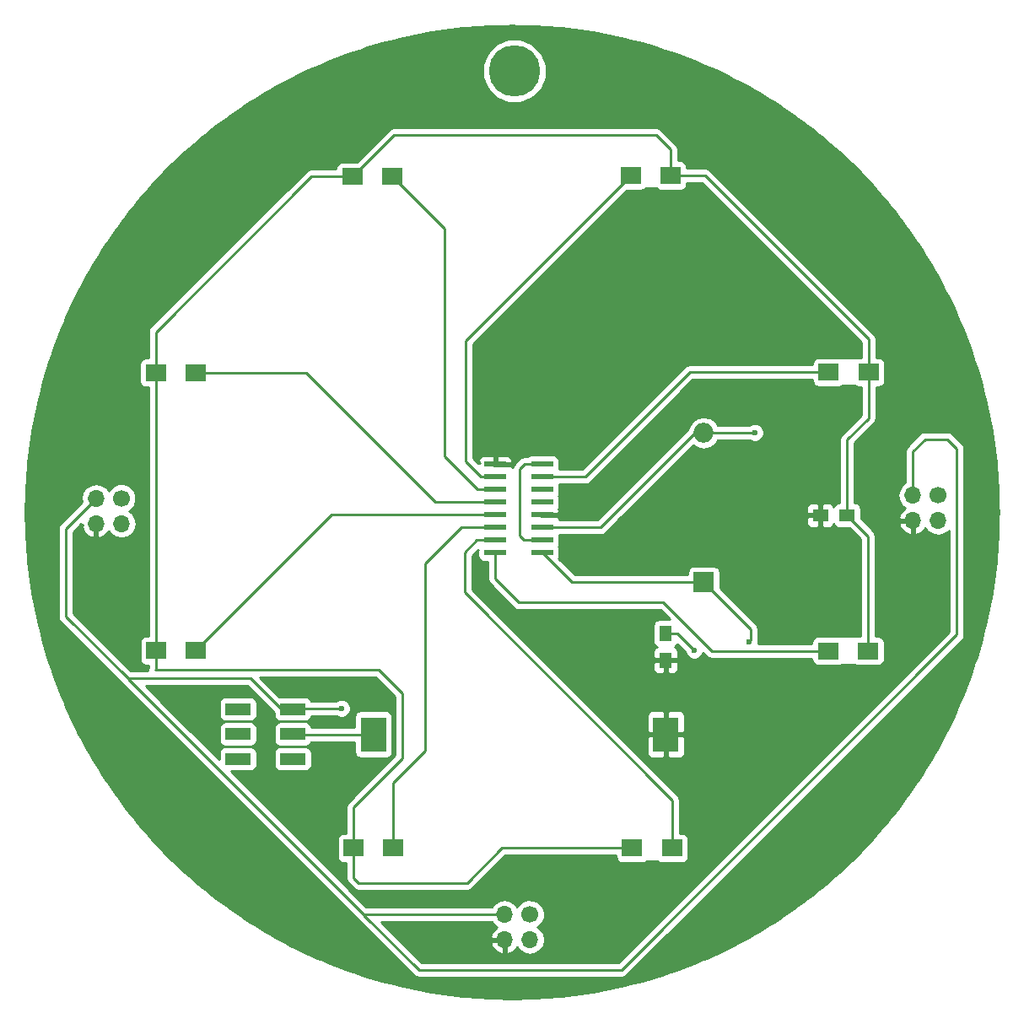
<source format=gbl>
G04 #@! TF.FileFunction,Copper,L2,Bot,Signal*
%FSLAX46Y46*%
G04 Gerber Fmt 4.6, Leading zero omitted, Abs format (unit mm)*
G04 Created by KiCad (PCBNEW 4.0.7) date 07/18/18 17:21:38*
%MOMM*%
%LPD*%
G01*
G04 APERTURE LIST*
%ADD10C,0.100000*%
%ADD11C,5.147986*%
%ADD12R,2.540000X3.510000*%
%ADD13R,2.000000X1.700000*%
%ADD14R,1.300000X1.500000*%
%ADD15R,1.500000X1.300000*%
%ADD16R,2.000000X2.000000*%
%ADD17O,2.000000X2.000000*%
%ADD18R,2.184400X0.558800*%
%ADD19C,1.700000*%
%ADD20O,1.700000X1.700000*%
%ADD21R,2.500000X1.200000*%
%ADD22C,0.600000*%
%ADD23C,0.250000*%
%ADD24C,0.254000*%
G04 APERTURE END LIST*
D10*
D11*
X159593090Y-50917872D03*
D12*
X145454201Y-117511229D03*
X174814201Y-117511229D03*
D13*
X143452601Y-128933800D03*
X147452601Y-128933800D03*
X171424201Y-128933800D03*
X175424201Y-128933800D03*
X123640601Y-109113000D03*
X127640601Y-109113000D03*
X175276199Y-61422600D03*
X171276199Y-61422600D03*
X195154799Y-81167200D03*
X191154799Y-81167200D03*
X195095799Y-109137400D03*
X191095799Y-109137400D03*
X123613801Y-81210200D03*
X127613801Y-81210200D03*
X143341401Y-61522200D03*
X147341401Y-61522200D03*
D14*
X174794800Y-107371601D03*
X174794800Y-110071601D03*
D15*
X193008999Y-95534200D03*
X190308999Y-95534200D03*
D16*
X178615600Y-102258799D03*
D17*
X178615600Y-87258799D03*
D18*
X157671381Y-99286999D03*
X157671381Y-98016999D03*
X157671381Y-96746999D03*
X157671381Y-95476999D03*
X157671381Y-94206999D03*
X157671381Y-92936999D03*
X157671381Y-91666999D03*
X157671381Y-90396999D03*
X162395781Y-90396999D03*
X162395781Y-91666999D03*
X162395781Y-92936999D03*
X162395781Y-94206999D03*
X162395781Y-95476999D03*
X162395781Y-96746999D03*
X162395781Y-98016999D03*
X162395781Y-99286999D03*
D19*
X161149601Y-135585601D03*
D20*
X161149601Y-138125601D03*
X158609601Y-135585601D03*
X158609601Y-138125601D03*
D19*
X120149201Y-93828001D03*
D20*
X120149201Y-96368001D03*
X117609201Y-93828001D03*
X117609201Y-96368001D03*
D19*
X202135601Y-93523201D03*
D20*
X202135601Y-96063201D03*
X199595601Y-93523201D03*
X199595601Y-96063201D03*
D21*
X137357164Y-119975081D03*
X137357164Y-117475081D03*
X137357164Y-114975081D03*
X131857164Y-114975081D03*
X131857164Y-117475081D03*
X131857164Y-119975081D03*
D22*
X165709600Y-95554800D03*
X157022800Y-86563200D03*
X168706800Y-107289600D03*
X183743600Y-87223600D03*
X177647600Y-109067600D03*
X183184800Y-108204000D03*
X142240000Y-114909600D03*
D23*
X145454201Y-117511229D02*
X137836028Y-117511229D01*
X137836028Y-117511229D02*
X137770200Y-117445401D01*
X162395781Y-95476999D02*
X165631799Y-95476999D01*
X165631799Y-95476999D02*
X165709600Y-95554800D01*
X157671381Y-87211781D02*
X157671381Y-90396999D01*
X157022800Y-86563200D02*
X157671381Y-87211781D01*
X171488801Y-110071601D02*
X168706800Y-107289600D01*
X174794800Y-110071601D02*
X171488801Y-110071601D01*
X174814201Y-117511229D02*
X174814201Y-110091002D01*
X174814201Y-110091002D02*
X174794800Y-110071601D01*
X143452601Y-128933800D02*
X143452601Y-124822199D01*
X123640601Y-110953799D02*
X123640601Y-109113000D01*
X123545600Y-111048800D02*
X123640601Y-110953799D01*
X145999200Y-111048800D02*
X123545600Y-111048800D01*
X148386800Y-113436400D02*
X145999200Y-111048800D01*
X148386800Y-119888000D02*
X148386800Y-113436400D01*
X143452601Y-124822199D02*
X148386800Y-119888000D01*
X171424201Y-128933800D02*
X158340200Y-128933800D01*
X143452601Y-131921001D02*
X143452601Y-128933800D01*
X143967200Y-132435600D02*
X143452601Y-131921001D01*
X154838400Y-132435600D02*
X143967200Y-132435600D01*
X158340200Y-128933800D02*
X154838400Y-132435600D01*
X123640601Y-109113000D02*
X123640601Y-81237000D01*
X123640601Y-81237000D02*
X123613801Y-81210200D01*
X123613801Y-81210200D02*
X123613801Y-77147799D01*
X139239400Y-61522200D02*
X143341401Y-61522200D01*
X123613801Y-77147799D02*
X139239400Y-61522200D01*
X175276199Y-61422600D02*
X175276199Y-58791799D01*
X147510401Y-57353200D02*
X143341401Y-61522200D01*
X173837600Y-57353200D02*
X147510401Y-57353200D01*
X175276199Y-58791799D02*
X173837600Y-57353200D01*
X195154799Y-81167200D02*
X195154799Y-77857599D01*
X178719800Y-61422600D02*
X175276199Y-61422600D01*
X195154799Y-77857599D02*
X178719800Y-61422600D01*
X193008999Y-95534200D02*
X193008999Y-87915001D01*
X195154799Y-85769201D02*
X195154799Y-81167200D01*
X193008999Y-87915001D02*
X195154799Y-85769201D01*
X195095799Y-109137400D02*
X195095799Y-97621000D01*
X195095799Y-97621000D02*
X193008999Y-95534200D01*
X147452601Y-128933800D02*
X147452601Y-122396999D01*
X154255801Y-96746999D02*
X157671381Y-96746999D01*
X150672800Y-100330000D02*
X154255801Y-96746999D01*
X150672800Y-119176800D02*
X150672800Y-100330000D01*
X147452601Y-122396999D02*
X150672800Y-119176800D01*
X175424201Y-128933800D02*
X175424201Y-124116201D01*
X155830601Y-98016999D02*
X157671381Y-98016999D01*
X154584400Y-99263200D02*
X155830601Y-98016999D01*
X154584400Y-103276400D02*
X154584400Y-99263200D01*
X175424201Y-124116201D02*
X154584400Y-103276400D01*
X157671381Y-95476999D02*
X141276602Y-95476999D01*
X141276602Y-95476999D02*
X127640601Y-109113000D01*
X157671381Y-91666999D02*
X156233799Y-91666999D01*
X154686000Y-78012799D02*
X171276199Y-61422600D01*
X154686000Y-90119200D02*
X154686000Y-78012799D01*
X156233799Y-91666999D02*
X154686000Y-90119200D01*
X162395781Y-91666999D02*
X166701801Y-91666999D01*
X177201600Y-81167200D02*
X191154799Y-81167200D01*
X166701801Y-91666999D02*
X177201600Y-81167200D01*
X157671381Y-99286999D02*
X157671381Y-101892981D01*
X179393800Y-109137400D02*
X191095799Y-109137400D01*
X174548800Y-104292400D02*
X179393800Y-109137400D01*
X160070800Y-104292400D02*
X174548800Y-104292400D01*
X157671381Y-101892981D02*
X160070800Y-104292400D01*
X157671381Y-94206999D02*
X151661799Y-94206999D01*
X138665000Y-81210200D02*
X127613801Y-81210200D01*
X151661799Y-94206999D02*
X138665000Y-81210200D01*
X157671381Y-92936999D02*
X155878199Y-92936999D01*
X152552400Y-66733199D02*
X147341401Y-61522200D01*
X152552400Y-89611200D02*
X152552400Y-66733199D01*
X155878199Y-92936999D02*
X152552400Y-89611200D01*
X174794800Y-107371601D02*
X175951601Y-107371601D01*
X183708401Y-87258799D02*
X178615600Y-87258799D01*
X183743600Y-87223600D02*
X183708401Y-87258799D01*
X175951601Y-107371601D02*
X177647600Y-109067600D01*
X178615600Y-87258799D02*
X177714001Y-87258799D01*
X177714001Y-87258799D02*
X168225801Y-96746999D01*
X168225801Y-96746999D02*
X162395781Y-96746999D01*
X199595601Y-89100799D02*
X199595601Y-93523201D01*
X200812400Y-87884000D02*
X199595601Y-89100799D01*
X203047600Y-87884000D02*
X200812400Y-87884000D01*
X204012800Y-88849200D02*
X203047600Y-87884000D01*
X204012800Y-107492800D02*
X204012800Y-88849200D01*
X114554000Y-96883202D02*
X117609201Y-93828001D01*
X114554000Y-105664000D02*
X114554000Y-96883202D01*
X144475200Y-135585601D02*
X144475200Y-135636000D01*
X170332400Y-141173200D02*
X204012800Y-107492800D01*
X150012400Y-141173200D02*
X170332400Y-141173200D01*
X144475200Y-135636000D02*
X150012400Y-141173200D01*
X120802400Y-111912400D02*
X120802400Y-111963200D01*
X144424801Y-135585601D02*
X144475200Y-135585601D01*
X144475200Y-135585601D02*
X158609601Y-135585601D01*
X120802400Y-111963200D02*
X144424801Y-135585601D01*
X120802400Y-111912400D02*
X114554000Y-105664000D01*
X133096000Y-111912400D02*
X120802400Y-111912400D01*
X136129001Y-114945401D02*
X133096000Y-111912400D01*
X137770200Y-114945401D02*
X142204199Y-114945401D01*
X183286400Y-106929599D02*
X178615600Y-102258799D01*
X183286400Y-108102400D02*
X183286400Y-106929599D01*
X183184800Y-108204000D02*
X183286400Y-108102400D01*
X142204199Y-114945401D02*
X142240000Y-114909600D01*
X178615600Y-102258799D02*
X165367581Y-102258799D01*
X165367581Y-102258799D02*
X162395781Y-99286999D01*
X137770200Y-114945401D02*
X136129001Y-114945401D01*
X162395781Y-98016999D02*
X160551799Y-98016999D01*
X160605801Y-90396999D02*
X162395781Y-90396999D01*
X160121600Y-90881200D02*
X160605801Y-90396999D01*
X160121600Y-97586800D02*
X160121600Y-90881200D01*
X160551799Y-98016999D02*
X160121600Y-97586800D01*
D24*
G36*
X159990589Y-46388207D02*
X160619969Y-46400158D01*
X161247217Y-46420015D01*
X161872435Y-46447729D01*
X162495664Y-46483258D01*
X163116647Y-46526543D01*
X163735614Y-46577554D01*
X164352238Y-46636223D01*
X164966477Y-46702496D01*
X165578574Y-46776357D01*
X166188294Y-46857739D01*
X166795537Y-46946585D01*
X167400390Y-47042867D01*
X168002640Y-47146510D01*
X168602458Y-47257504D01*
X169199550Y-47375754D01*
X169794148Y-47501270D01*
X170386002Y-47633963D01*
X170975004Y-47773765D01*
X171561282Y-47920672D01*
X172144816Y-48074645D01*
X172725401Y-48235597D01*
X173303065Y-48403495D01*
X173877746Y-48578292D01*
X174449440Y-48759952D01*
X175017979Y-48948387D01*
X175583507Y-49143615D01*
X176145758Y-49345510D01*
X176704933Y-49554117D01*
X177260724Y-49769290D01*
X177813288Y-49991059D01*
X178362416Y-50219313D01*
X178908265Y-50454090D01*
X179450540Y-50695232D01*
X179989431Y-50942803D01*
X180524679Y-51196655D01*
X181056429Y-51456833D01*
X181584405Y-51723175D01*
X182108821Y-51995767D01*
X182629460Y-52274474D01*
X183146289Y-52559255D01*
X183659318Y-52850095D01*
X184168468Y-53146927D01*
X184673657Y-53449687D01*
X185174888Y-53758354D01*
X185672078Y-54072859D01*
X186165212Y-54393176D01*
X186654247Y-54719260D01*
X187139114Y-55051054D01*
X187619725Y-55388474D01*
X188096089Y-55731518D01*
X188568183Y-56080157D01*
X189035815Y-56434231D01*
X189499127Y-56793839D01*
X189957921Y-57158818D01*
X190412285Y-57529227D01*
X190862017Y-57904893D01*
X191307203Y-58285881D01*
X191747748Y-58672100D01*
X192183569Y-59063475D01*
X192614608Y-59459948D01*
X193040901Y-59861545D01*
X193462353Y-60268176D01*
X193878919Y-60679797D01*
X194290540Y-61096351D01*
X194697144Y-61517763D01*
X195098740Y-61944039D01*
X195495303Y-62375167D01*
X195886646Y-62810942D01*
X196272854Y-63251460D01*
X196653804Y-63696589D01*
X197029514Y-64146358D01*
X197399905Y-64600687D01*
X197764948Y-65059550D01*
X198124476Y-65522744D01*
X198478645Y-65990484D01*
X198827268Y-66462546D01*
X199170314Y-66938901D01*
X199507738Y-67419499D01*
X199839544Y-67904373D01*
X200165634Y-68393400D01*
X200485921Y-68886476D01*
X200800477Y-69383730D01*
X201109138Y-69884939D01*
X201411898Y-70390115D01*
X201708729Y-70899244D01*
X201999556Y-71412234D01*
X202284369Y-71929108D01*
X202563104Y-72449784D01*
X202835645Y-72974091D01*
X203102042Y-73502162D01*
X203362224Y-74033907D01*
X203616083Y-74569156D01*
X203863642Y-75108006D01*
X204104776Y-75650245D01*
X204339566Y-76196107D01*
X204567816Y-76745214D01*
X204789590Y-77297774D01*
X205004795Y-77853633D01*
X205213373Y-78412713D01*
X205415304Y-78975050D01*
X205610496Y-79540458D01*
X205798965Y-80109087D01*
X205980626Y-80680769D01*
X206155438Y-81255491D01*
X206323333Y-81833120D01*
X206484290Y-82413721D01*
X206638231Y-82997110D01*
X206785169Y-83583494D01*
X206924986Y-84172548D01*
X207057684Y-84764417D01*
X207183176Y-85358889D01*
X207301444Y-85956053D01*
X207412423Y-86555783D01*
X207516084Y-87158110D01*
X207612368Y-87762965D01*
X207701213Y-88370185D01*
X207782586Y-88979820D01*
X207856454Y-89591965D01*
X207922738Y-90206299D01*
X207981406Y-90822910D01*
X208032409Y-91441747D01*
X208075703Y-92062848D01*
X208111227Y-92685941D01*
X208138942Y-93311209D01*
X208158804Y-93938559D01*
X208170756Y-94567783D01*
X208174750Y-95199021D01*
X208170757Y-95830207D01*
X208158804Y-96459485D01*
X208138942Y-97086833D01*
X208111227Y-97712101D01*
X208075703Y-98335197D01*
X208032409Y-98956299D01*
X207981406Y-99575139D01*
X207922738Y-100191749D01*
X207856453Y-100806093D01*
X207782587Y-101418221D01*
X207701211Y-102027877D01*
X207612369Y-102635079D01*
X207516082Y-103239959D01*
X207412425Y-103842262D01*
X207301441Y-104442023D01*
X207183156Y-105039267D01*
X207057684Y-105633651D01*
X206924982Y-106225538D01*
X206785154Y-106814635D01*
X206638231Y-107400965D01*
X206484280Y-107984394D01*
X206323326Y-108564984D01*
X206155428Y-109142628D01*
X205980619Y-109717344D01*
X205798957Y-110289031D01*
X205610528Y-110857546D01*
X205415294Y-111423078D01*
X205213381Y-111985369D01*
X205004783Y-112544506D01*
X204789599Y-113100316D01*
X204567826Y-113652880D01*
X204339523Y-114202116D01*
X204104775Y-114747885D01*
X203863640Y-115290130D01*
X203616064Y-115829021D01*
X203362191Y-116364303D01*
X203102024Y-116896019D01*
X202835660Y-117424031D01*
X202563083Y-117948409D01*
X202284385Y-118469022D01*
X201999588Y-118985874D01*
X201708725Y-119498933D01*
X201411915Y-120008034D01*
X201109136Y-120513248D01*
X200800487Y-121014442D01*
X200485952Y-121511669D01*
X200165655Y-122004765D01*
X199839514Y-122493877D01*
X199507785Y-122978644D01*
X199170298Y-123459339D01*
X198827254Y-123935696D01*
X198478661Y-124407721D01*
X198124501Y-124875458D01*
X197764903Y-125338748D01*
X197399900Y-125797565D01*
X197029584Y-126251810D01*
X196653827Y-126701641D01*
X196272823Y-127146838D01*
X195886635Y-127587342D01*
X195495256Y-128023161D01*
X195098733Y-128454248D01*
X194697217Y-128880448D01*
X194290494Y-129301989D01*
X193878911Y-129718511D01*
X193462348Y-130130134D01*
X193040891Y-130536775D01*
X192614690Y-130938295D01*
X192183515Y-131334897D01*
X191747742Y-131726235D01*
X191307238Y-132112423D01*
X190861992Y-132493468D01*
X190412252Y-132869150D01*
X189957965Y-133239500D01*
X189499148Y-133604503D01*
X189035818Y-133964132D01*
X188568174Y-134318221D01*
X188096095Y-134666854D01*
X187619739Y-135009898D01*
X187139044Y-135347385D01*
X186654277Y-135679115D01*
X186165203Y-136005231D01*
X185672107Y-136325528D01*
X185174901Y-136640050D01*
X184673685Y-136948714D01*
X184168458Y-137251501D01*
X183659308Y-137548339D01*
X183146273Y-137839188D01*
X182629491Y-138123948D01*
X182108842Y-138402666D01*
X181584496Y-138675226D01*
X181056418Y-138941624D01*
X180524672Y-139201806D01*
X179989422Y-139455664D01*
X179450530Y-139703240D01*
X178908257Y-139944388D01*
X178362447Y-140179152D01*
X177813280Y-140407426D01*
X177260716Y-140629199D01*
X176704880Y-140844393D01*
X176145769Y-141052981D01*
X175583431Y-141254911D01*
X175018018Y-141450103D01*
X174449431Y-141638557D01*
X173877744Y-141820219D01*
X173303028Y-141995028D01*
X172725405Y-142162920D01*
X172144794Y-142323880D01*
X171561310Y-142477845D01*
X170975035Y-142624754D01*
X170385903Y-142764590D01*
X169794051Y-142897284D01*
X169199591Y-143022772D01*
X168602394Y-143141047D01*
X168002675Y-143252023D01*
X167400359Y-143355682D01*
X166795544Y-143451959D01*
X166188288Y-143540810D01*
X165578630Y-143622186D01*
X164966493Y-143696053D01*
X164352149Y-143762338D01*
X163735540Y-143821006D01*
X163116699Y-143872009D01*
X162495597Y-143915303D01*
X161872501Y-143950827D01*
X161247229Y-143978542D01*
X160619885Y-143998404D01*
X159990659Y-144010356D01*
X159359421Y-144014350D01*
X158728183Y-144010356D01*
X158098959Y-143998404D01*
X157471609Y-143978542D01*
X156846341Y-143950827D01*
X156223248Y-143915303D01*
X155602147Y-143872009D01*
X154983310Y-143821006D01*
X154366699Y-143762338D01*
X153752365Y-143696054D01*
X153140220Y-143622186D01*
X152530585Y-143540813D01*
X151923365Y-143451968D01*
X151318510Y-143355684D01*
X150716183Y-143252023D01*
X150116453Y-143141044D01*
X149519289Y-143022776D01*
X148924817Y-142897284D01*
X148332948Y-142764586D01*
X147743894Y-142624769D01*
X147157510Y-142477831D01*
X146574121Y-142323890D01*
X145993520Y-142162933D01*
X145415891Y-141995038D01*
X144841169Y-141820226D01*
X144269487Y-141638565D01*
X143700858Y-141450096D01*
X143135450Y-141254904D01*
X142573113Y-141052973D01*
X142014033Y-140844395D01*
X141458174Y-140629190D01*
X140905614Y-140407416D01*
X140356507Y-140179166D01*
X139810645Y-139944376D01*
X139268406Y-139703242D01*
X138729556Y-139455683D01*
X138194307Y-139201824D01*
X137662562Y-138941642D01*
X137134491Y-138675245D01*
X136610184Y-138402704D01*
X136089508Y-138123969D01*
X135572634Y-137839156D01*
X135059644Y-137548329D01*
X134550515Y-137251498D01*
X134045339Y-136948738D01*
X133544130Y-136640077D01*
X133046876Y-136325521D01*
X132553800Y-136005234D01*
X132064773Y-135679144D01*
X131579899Y-135347338D01*
X131099301Y-135009914D01*
X130622946Y-134666868D01*
X130150884Y-134318245D01*
X129683144Y-133964076D01*
X129219950Y-133604548D01*
X128761087Y-133239505D01*
X128306758Y-132869114D01*
X127856989Y-132493404D01*
X127411860Y-132112454D01*
X126971342Y-131726246D01*
X126535567Y-131334903D01*
X126104439Y-130938340D01*
X125678163Y-130536744D01*
X125256751Y-130130140D01*
X124840197Y-129718519D01*
X124428576Y-129301953D01*
X124021945Y-128880501D01*
X123620348Y-128454208D01*
X123223875Y-128023169D01*
X122832500Y-127587348D01*
X122446281Y-127146803D01*
X122065293Y-126701617D01*
X121689627Y-126251885D01*
X121319218Y-125797521D01*
X120954239Y-125338727D01*
X120594631Y-124875415D01*
X120240557Y-124407783D01*
X119891918Y-123935689D01*
X119548874Y-123459325D01*
X119211454Y-122978714D01*
X118879660Y-122493847D01*
X118553576Y-122004812D01*
X118233259Y-121511678D01*
X117918754Y-121014488D01*
X117610087Y-120513257D01*
X117307327Y-120008068D01*
X117010495Y-119498918D01*
X116719655Y-118985889D01*
X116434874Y-118469060D01*
X116156167Y-117948421D01*
X115883575Y-117424005D01*
X115617233Y-116896029D01*
X115357055Y-116364279D01*
X115103203Y-115829031D01*
X114855632Y-115290140D01*
X114614490Y-114747865D01*
X114379713Y-114202016D01*
X114151459Y-113652888D01*
X113929690Y-113100324D01*
X113714517Y-112544533D01*
X113505910Y-111985358D01*
X113304015Y-111423107D01*
X113108787Y-110857579D01*
X112920352Y-110289040D01*
X112738692Y-109717346D01*
X112563895Y-109142665D01*
X112395997Y-108565001D01*
X112235045Y-107984416D01*
X112081072Y-107400882D01*
X111934165Y-106814604D01*
X111794363Y-106225602D01*
X111661670Y-105633748D01*
X111536154Y-105039150D01*
X111417904Y-104442058D01*
X111306910Y-103842240D01*
X111203267Y-103239990D01*
X111106985Y-102635137D01*
X111018139Y-102027894D01*
X110936757Y-101418174D01*
X110862896Y-100806077D01*
X110796623Y-100191838D01*
X110737954Y-99575214D01*
X110686943Y-98956247D01*
X110643658Y-98335264D01*
X110608129Y-97712035D01*
X110580415Y-97086817D01*
X110573970Y-96883202D01*
X113794000Y-96883202D01*
X113794000Y-105664000D01*
X113851852Y-105954839D01*
X114016599Y-106201401D01*
X120162705Y-112347507D01*
X120264999Y-112500601D01*
X143887400Y-136123002D01*
X143917612Y-136143189D01*
X143937799Y-136173401D01*
X149474999Y-141710601D01*
X149721560Y-141875348D01*
X150012400Y-141933200D01*
X170332400Y-141933200D01*
X170623239Y-141875348D01*
X170869801Y-141710601D01*
X204550201Y-108030201D01*
X204714948Y-107783640D01*
X204734720Y-107684238D01*
X204772800Y-107492800D01*
X204772800Y-88849200D01*
X204714948Y-88558361D01*
X204550201Y-88311799D01*
X203585001Y-87346599D01*
X203338439Y-87181852D01*
X203047600Y-87124000D01*
X200812400Y-87124000D01*
X200521561Y-87181852D01*
X200274999Y-87346599D01*
X199058200Y-88563398D01*
X198893453Y-88809960D01*
X198835601Y-89100799D01*
X198835601Y-92259900D01*
X198516454Y-92473147D01*
X198194547Y-92954916D01*
X198081508Y-93523201D01*
X198194547Y-94091486D01*
X198516454Y-94573255D01*
X198857154Y-94800903D01*
X198714243Y-94868018D01*
X198323956Y-95296277D01*
X198154125Y-95706311D01*
X198275446Y-95936201D01*
X199468601Y-95936201D01*
X199468601Y-95916201D01*
X199722601Y-95916201D01*
X199722601Y-95936201D01*
X199742601Y-95936201D01*
X199742601Y-96190201D01*
X199722601Y-96190201D01*
X199722601Y-97384020D01*
X199952493Y-97504687D01*
X200476959Y-97258384D01*
X200867246Y-96830125D01*
X200867256Y-96830100D01*
X201056454Y-97113255D01*
X201538223Y-97435162D01*
X202106508Y-97548201D01*
X202164694Y-97548201D01*
X202732979Y-97435162D01*
X203214748Y-97113255D01*
X203252800Y-97056306D01*
X203252800Y-107177998D01*
X170017598Y-140413200D01*
X150327202Y-140413200D01*
X148396493Y-138482491D01*
X157168125Y-138482491D01*
X157337956Y-138892525D01*
X157728243Y-139320784D01*
X158252709Y-139567087D01*
X158482601Y-139446420D01*
X158482601Y-138252601D01*
X157289446Y-138252601D01*
X157168125Y-138482491D01*
X148396493Y-138482491D01*
X146259603Y-136345601D01*
X157336647Y-136345601D01*
X157530454Y-136635655D01*
X157871154Y-136863303D01*
X157728243Y-136930418D01*
X157337956Y-137358677D01*
X157168125Y-137768711D01*
X157289446Y-137998601D01*
X158482601Y-137998601D01*
X158482601Y-137978601D01*
X158736601Y-137978601D01*
X158736601Y-137998601D01*
X158756601Y-137998601D01*
X158756601Y-138252601D01*
X158736601Y-138252601D01*
X158736601Y-139446420D01*
X158966493Y-139567087D01*
X159490959Y-139320784D01*
X159881246Y-138892525D01*
X159881256Y-138892500D01*
X160070454Y-139175655D01*
X160552223Y-139497562D01*
X161120508Y-139610601D01*
X161178694Y-139610601D01*
X161746979Y-139497562D01*
X162228748Y-139175655D01*
X162550655Y-138693886D01*
X162663694Y-138125601D01*
X162550655Y-137557316D01*
X162228748Y-137075547D01*
X161924441Y-136872216D01*
X161989687Y-136845257D01*
X162407789Y-136427884D01*
X162634343Y-135882282D01*
X162634858Y-135291512D01*
X162409257Y-134745515D01*
X161991884Y-134327413D01*
X161446282Y-134100859D01*
X160855512Y-134100344D01*
X160309515Y-134325945D01*
X159891413Y-134743318D01*
X159866946Y-134802240D01*
X159688748Y-134535547D01*
X159206979Y-134213640D01*
X158638694Y-134100601D01*
X158580508Y-134100601D01*
X158012223Y-134213640D01*
X157530454Y-134535547D01*
X157336647Y-134825601D01*
X144739603Y-134825601D01*
X131136523Y-121222521D01*
X133107164Y-121222521D01*
X133342481Y-121178243D01*
X133558605Y-121039171D01*
X133703595Y-120826971D01*
X133754604Y-120575081D01*
X133754604Y-119375081D01*
X135459724Y-119375081D01*
X135459724Y-120575081D01*
X135504002Y-120810398D01*
X135643074Y-121026522D01*
X135855274Y-121171512D01*
X136107164Y-121222521D01*
X138607164Y-121222521D01*
X138842481Y-121178243D01*
X139058605Y-121039171D01*
X139203595Y-120826971D01*
X139254604Y-120575081D01*
X139254604Y-119375081D01*
X139210326Y-119139764D01*
X139071254Y-118923640D01*
X138859054Y-118778650D01*
X138607164Y-118727641D01*
X136107164Y-118727641D01*
X135871847Y-118771919D01*
X135655723Y-118910991D01*
X135510733Y-119123191D01*
X135459724Y-119375081D01*
X133754604Y-119375081D01*
X133710326Y-119139764D01*
X133571254Y-118923640D01*
X133359054Y-118778650D01*
X133107164Y-118727641D01*
X130607164Y-118727641D01*
X130371847Y-118771919D01*
X130155723Y-118910991D01*
X130010733Y-119123191D01*
X129959724Y-119375081D01*
X129959724Y-120045722D01*
X126789083Y-116875081D01*
X129959724Y-116875081D01*
X129959724Y-118075081D01*
X130004002Y-118310398D01*
X130143074Y-118526522D01*
X130355274Y-118671512D01*
X130607164Y-118722521D01*
X133107164Y-118722521D01*
X133342481Y-118678243D01*
X133558605Y-118539171D01*
X133703595Y-118326971D01*
X133754604Y-118075081D01*
X133754604Y-116875081D01*
X135459724Y-116875081D01*
X135459724Y-118075081D01*
X135504002Y-118310398D01*
X135643074Y-118526522D01*
X135855274Y-118671512D01*
X136107164Y-118722521D01*
X138607164Y-118722521D01*
X138842481Y-118678243D01*
X139058605Y-118539171D01*
X139203595Y-118326971D01*
X139214883Y-118271229D01*
X143536761Y-118271229D01*
X143536761Y-119266229D01*
X143581039Y-119501546D01*
X143720111Y-119717670D01*
X143932311Y-119862660D01*
X144184201Y-119913669D01*
X146724201Y-119913669D01*
X146959518Y-119869391D01*
X147175642Y-119730319D01*
X147320632Y-119518119D01*
X147371641Y-119266229D01*
X147371641Y-115756229D01*
X147327363Y-115520912D01*
X147188291Y-115304788D01*
X146976091Y-115159798D01*
X146724201Y-115108789D01*
X144184201Y-115108789D01*
X143948884Y-115153067D01*
X143732760Y-115292139D01*
X143587770Y-115504339D01*
X143536761Y-115756229D01*
X143536761Y-116751229D01*
X139231300Y-116751229D01*
X139210326Y-116639764D01*
X139071254Y-116423640D01*
X138859054Y-116278650D01*
X138607164Y-116227641D01*
X136107164Y-116227641D01*
X135871847Y-116271919D01*
X135655723Y-116410991D01*
X135510733Y-116623191D01*
X135459724Y-116875081D01*
X133754604Y-116875081D01*
X133710326Y-116639764D01*
X133571254Y-116423640D01*
X133359054Y-116278650D01*
X133107164Y-116227641D01*
X130607164Y-116227641D01*
X130371847Y-116271919D01*
X130155723Y-116410991D01*
X130010733Y-116623191D01*
X129959724Y-116875081D01*
X126789083Y-116875081D01*
X124289083Y-114375081D01*
X129959724Y-114375081D01*
X129959724Y-115575081D01*
X130004002Y-115810398D01*
X130143074Y-116026522D01*
X130355274Y-116171512D01*
X130607164Y-116222521D01*
X133107164Y-116222521D01*
X133342481Y-116178243D01*
X133558605Y-116039171D01*
X133703595Y-115826971D01*
X133754604Y-115575081D01*
X133754604Y-114375081D01*
X133710326Y-114139764D01*
X133571254Y-113923640D01*
X133359054Y-113778650D01*
X133107164Y-113727641D01*
X130607164Y-113727641D01*
X130371847Y-113771919D01*
X130155723Y-113910991D01*
X130010733Y-114123191D01*
X129959724Y-114375081D01*
X124289083Y-114375081D01*
X122586402Y-112672400D01*
X132781198Y-112672400D01*
X135459724Y-115350926D01*
X135459724Y-115575081D01*
X135504002Y-115810398D01*
X135643074Y-116026522D01*
X135855274Y-116171512D01*
X136107164Y-116222521D01*
X138607164Y-116222521D01*
X138842481Y-116178243D01*
X139058605Y-116039171D01*
X139203595Y-115826971D01*
X139228214Y-115705401D01*
X141718364Y-115705401D01*
X142053201Y-115844438D01*
X142425167Y-115844762D01*
X142768943Y-115702717D01*
X143032192Y-115439927D01*
X143174838Y-115096399D01*
X143175162Y-114724433D01*
X143033117Y-114380657D01*
X142770327Y-114117408D01*
X142426799Y-113974762D01*
X142054833Y-113974438D01*
X141711057Y-114116483D01*
X141642019Y-114185401D01*
X139218913Y-114185401D01*
X139210326Y-114139764D01*
X139071254Y-113923640D01*
X138859054Y-113778650D01*
X138607164Y-113727641D01*
X136107164Y-113727641D01*
X136005224Y-113746822D01*
X134067202Y-111808800D01*
X145684398Y-111808800D01*
X147626800Y-113751202D01*
X147626800Y-119573198D01*
X142915200Y-124284798D01*
X142750453Y-124531360D01*
X142692601Y-124822199D01*
X142692601Y-127436360D01*
X142452601Y-127436360D01*
X142217284Y-127480638D01*
X142001160Y-127619710D01*
X141856170Y-127831910D01*
X141805161Y-128083800D01*
X141805161Y-129783800D01*
X141849439Y-130019117D01*
X141988511Y-130235241D01*
X142200711Y-130380231D01*
X142452601Y-130431240D01*
X142692601Y-130431240D01*
X142692601Y-131921001D01*
X142750453Y-132211840D01*
X142915200Y-132458402D01*
X143429799Y-132973001D01*
X143676361Y-133137748D01*
X143967200Y-133195600D01*
X154838400Y-133195600D01*
X155129239Y-133137748D01*
X155375801Y-132973001D01*
X158655002Y-129693800D01*
X169776761Y-129693800D01*
X169776761Y-129783800D01*
X169821039Y-130019117D01*
X169960111Y-130235241D01*
X170172311Y-130380231D01*
X170424201Y-130431240D01*
X172424201Y-130431240D01*
X172659518Y-130386962D01*
X172875642Y-130247890D01*
X172890735Y-130225800D01*
X173954036Y-130225800D01*
X173960111Y-130235241D01*
X174172311Y-130380231D01*
X174424201Y-130431240D01*
X176424201Y-130431240D01*
X176659518Y-130386962D01*
X176875642Y-130247890D01*
X177020632Y-130035690D01*
X177071641Y-129783800D01*
X177071641Y-128083800D01*
X177027363Y-127848483D01*
X176888291Y-127632359D01*
X176676091Y-127487369D01*
X176424201Y-127436360D01*
X176184201Y-127436360D01*
X176184201Y-124116201D01*
X176148957Y-123939020D01*
X176126349Y-123825361D01*
X175961602Y-123578800D01*
X170179781Y-117796979D01*
X172909201Y-117796979D01*
X172909201Y-119392539D01*
X173005874Y-119625928D01*
X173184503Y-119804556D01*
X173417892Y-119901229D01*
X174528451Y-119901229D01*
X174687201Y-119742479D01*
X174687201Y-117638229D01*
X174941201Y-117638229D01*
X174941201Y-119742479D01*
X175099951Y-119901229D01*
X176210510Y-119901229D01*
X176443899Y-119804556D01*
X176622528Y-119625928D01*
X176719201Y-119392539D01*
X176719201Y-117796979D01*
X176560451Y-117638229D01*
X174941201Y-117638229D01*
X174687201Y-117638229D01*
X173067951Y-117638229D01*
X172909201Y-117796979D01*
X170179781Y-117796979D01*
X168012721Y-115629919D01*
X172909201Y-115629919D01*
X172909201Y-117225479D01*
X173067951Y-117384229D01*
X174687201Y-117384229D01*
X174687201Y-115279979D01*
X174941201Y-115279979D01*
X174941201Y-117384229D01*
X176560451Y-117384229D01*
X176719201Y-117225479D01*
X176719201Y-115629919D01*
X176622528Y-115396530D01*
X176443899Y-115217902D01*
X176210510Y-115121229D01*
X175099951Y-115121229D01*
X174941201Y-115279979D01*
X174687201Y-115279979D01*
X174528451Y-115121229D01*
X173417892Y-115121229D01*
X173184503Y-115217902D01*
X173005874Y-115396530D01*
X172909201Y-115629919D01*
X168012721Y-115629919D01*
X162740153Y-110357351D01*
X173509800Y-110357351D01*
X173509800Y-110947910D01*
X173606473Y-111181299D01*
X173785101Y-111359928D01*
X174018490Y-111456601D01*
X174509050Y-111456601D01*
X174667800Y-111297851D01*
X174667800Y-110198601D01*
X174921800Y-110198601D01*
X174921800Y-111297851D01*
X175080550Y-111456601D01*
X175571110Y-111456601D01*
X175804499Y-111359928D01*
X175983127Y-111181299D01*
X176079800Y-110947910D01*
X176079800Y-110357351D01*
X175921050Y-110198601D01*
X174921800Y-110198601D01*
X174667800Y-110198601D01*
X173668550Y-110198601D01*
X173509800Y-110357351D01*
X162740153Y-110357351D01*
X155344400Y-102961598D01*
X155344400Y-99578002D01*
X155936042Y-98986360D01*
X155931741Y-99007599D01*
X155931741Y-99566399D01*
X155976019Y-99801716D01*
X156115091Y-100017840D01*
X156327291Y-100162830D01*
X156579181Y-100213839D01*
X156911381Y-100213839D01*
X156911381Y-101892981D01*
X156969233Y-102183820D01*
X157133980Y-102430382D01*
X159533399Y-104829801D01*
X159779961Y-104994548D01*
X160070800Y-105052400D01*
X174233998Y-105052400D01*
X175155759Y-105974161D01*
X174144800Y-105974161D01*
X173909483Y-106018439D01*
X173693359Y-106157511D01*
X173548369Y-106369711D01*
X173497360Y-106621601D01*
X173497360Y-108121601D01*
X173541638Y-108356918D01*
X173680710Y-108573042D01*
X173892910Y-108718032D01*
X173926290Y-108724792D01*
X173785101Y-108783274D01*
X173606473Y-108961903D01*
X173509800Y-109195292D01*
X173509800Y-109785851D01*
X173668550Y-109944601D01*
X174667800Y-109944601D01*
X174667800Y-109924601D01*
X174921800Y-109924601D01*
X174921800Y-109944601D01*
X175921050Y-109944601D01*
X176079800Y-109785851D01*
X176079800Y-109195292D01*
X175983127Y-108961903D01*
X175804499Y-108783274D01*
X175668513Y-108726947D01*
X175680117Y-108724763D01*
X175896241Y-108585691D01*
X175975252Y-108470054D01*
X176712478Y-109207280D01*
X176712438Y-109252767D01*
X176854483Y-109596543D01*
X177117273Y-109859792D01*
X177460801Y-110002438D01*
X177832767Y-110002762D01*
X178176543Y-109860717D01*
X178439792Y-109597927D01*
X178539471Y-109357873D01*
X178856399Y-109674801D01*
X179102961Y-109839548D01*
X179393800Y-109897400D01*
X189448359Y-109897400D01*
X189448359Y-109987400D01*
X189492637Y-110222717D01*
X189631709Y-110438841D01*
X189843909Y-110583831D01*
X190095799Y-110634840D01*
X192095799Y-110634840D01*
X192331116Y-110590562D01*
X192447921Y-110515400D01*
X193743757Y-110515400D01*
X193843909Y-110583831D01*
X194095799Y-110634840D01*
X196095799Y-110634840D01*
X196331116Y-110590562D01*
X196547240Y-110451490D01*
X196692230Y-110239290D01*
X196743239Y-109987400D01*
X196743239Y-108287400D01*
X196698961Y-108052083D01*
X196559889Y-107835959D01*
X196347689Y-107690969D01*
X196095799Y-107639960D01*
X195855799Y-107639960D01*
X195855799Y-97621000D01*
X195797947Y-97330161D01*
X195633200Y-97083599D01*
X194969692Y-96420091D01*
X198154125Y-96420091D01*
X198323956Y-96830125D01*
X198714243Y-97258384D01*
X199238709Y-97504687D01*
X199468601Y-97384020D01*
X199468601Y-96190201D01*
X198275446Y-96190201D01*
X198154125Y-96420091D01*
X194969692Y-96420091D01*
X194406439Y-95856838D01*
X194406439Y-94884200D01*
X194362161Y-94648883D01*
X194223089Y-94432759D01*
X194010889Y-94287769D01*
X193768999Y-94238785D01*
X193768999Y-88229803D01*
X195692200Y-86306602D01*
X195856947Y-86060041D01*
X195876575Y-85961363D01*
X195914799Y-85769201D01*
X195914799Y-82664640D01*
X196154799Y-82664640D01*
X196390116Y-82620362D01*
X196606240Y-82481290D01*
X196751230Y-82269090D01*
X196802239Y-82017200D01*
X196802239Y-80317200D01*
X196757961Y-80081883D01*
X196618889Y-79865759D01*
X196406689Y-79720769D01*
X196154799Y-79669760D01*
X195914799Y-79669760D01*
X195914799Y-77857599D01*
X195856947Y-77566760D01*
X195692200Y-77320198D01*
X179257201Y-60885199D01*
X179010639Y-60720452D01*
X178719800Y-60662600D01*
X176923639Y-60662600D01*
X176923639Y-60572600D01*
X176879361Y-60337283D01*
X176740289Y-60121159D01*
X176528089Y-59976169D01*
X176276199Y-59925160D01*
X176036199Y-59925160D01*
X176036199Y-58791799D01*
X175982092Y-58519788D01*
X175978347Y-58500959D01*
X175813600Y-58254398D01*
X174375001Y-56815799D01*
X174128439Y-56651052D01*
X173837600Y-56593200D01*
X147510401Y-56593200D01*
X147219561Y-56651052D01*
X146973000Y-56815799D01*
X143764039Y-60024760D01*
X142341401Y-60024760D01*
X142106084Y-60069038D01*
X141889960Y-60208110D01*
X141744970Y-60420310D01*
X141693961Y-60672200D01*
X141693961Y-60762200D01*
X139239400Y-60762200D01*
X138948561Y-60820052D01*
X138701999Y-60984799D01*
X123076400Y-76610398D01*
X122911653Y-76856960D01*
X122853801Y-77147799D01*
X122853801Y-79712760D01*
X122613801Y-79712760D01*
X122378484Y-79757038D01*
X122162360Y-79896110D01*
X122017370Y-80108310D01*
X121966361Y-80360200D01*
X121966361Y-82060200D01*
X122010639Y-82295517D01*
X122149711Y-82511641D01*
X122361911Y-82656631D01*
X122613801Y-82707640D01*
X122880601Y-82707640D01*
X122880601Y-107615560D01*
X122640601Y-107615560D01*
X122405284Y-107659838D01*
X122189160Y-107798910D01*
X122044170Y-108011110D01*
X121993161Y-108263000D01*
X121993161Y-109963000D01*
X122037439Y-110198317D01*
X122176511Y-110414441D01*
X122388711Y-110559431D01*
X122640601Y-110610440D01*
X122880601Y-110610440D01*
X122880601Y-110702363D01*
X122843452Y-110757961D01*
X122785600Y-111048800D01*
X122806208Y-111152400D01*
X121117202Y-111152400D01*
X115314000Y-105349198D01*
X115314000Y-97198004D01*
X116124201Y-96387803D01*
X116124201Y-96495003D01*
X116289045Y-96495003D01*
X116167725Y-96724891D01*
X116337556Y-97134925D01*
X116727843Y-97563184D01*
X117252309Y-97809487D01*
X117482201Y-97688820D01*
X117482201Y-96495001D01*
X117462201Y-96495001D01*
X117462201Y-96241001D01*
X117482201Y-96241001D01*
X117482201Y-96221001D01*
X117736201Y-96221001D01*
X117736201Y-96241001D01*
X117756201Y-96241001D01*
X117756201Y-96495001D01*
X117736201Y-96495001D01*
X117736201Y-97688820D01*
X117966093Y-97809487D01*
X118490559Y-97563184D01*
X118880846Y-97134925D01*
X118880856Y-97134900D01*
X119070054Y-97418055D01*
X119551823Y-97739962D01*
X120120108Y-97853001D01*
X120178294Y-97853001D01*
X120746579Y-97739962D01*
X121228348Y-97418055D01*
X121550255Y-96936286D01*
X121663294Y-96368001D01*
X121550255Y-95799716D01*
X121228348Y-95317947D01*
X120924041Y-95114616D01*
X120989287Y-95087657D01*
X121407389Y-94670284D01*
X121633943Y-94124682D01*
X121634458Y-93533912D01*
X121408857Y-92987915D01*
X120991484Y-92569813D01*
X120445882Y-92343259D01*
X119855112Y-92342744D01*
X119309115Y-92568345D01*
X118891013Y-92985718D01*
X118866546Y-93044640D01*
X118688348Y-92777947D01*
X118206579Y-92456040D01*
X117638294Y-92343001D01*
X117580108Y-92343001D01*
X117011823Y-92456040D01*
X116530054Y-92777947D01*
X116208147Y-93259716D01*
X116095108Y-93828001D01*
X116167991Y-94194409D01*
X114016599Y-96345801D01*
X113851852Y-96592363D01*
X113794000Y-96883202D01*
X110573970Y-96883202D01*
X110560558Y-96459569D01*
X110548607Y-95830189D01*
X110544613Y-95199021D01*
X110548607Y-94567854D01*
X110560558Y-93938475D01*
X110580415Y-93311225D01*
X110608129Y-92686007D01*
X110643658Y-92062777D01*
X110686943Y-91441804D01*
X110737947Y-90822912D01*
X110796623Y-90206210D01*
X110862895Y-89591980D01*
X110936757Y-88979876D01*
X111018138Y-88370168D01*
X111106987Y-87762907D01*
X111203265Y-87158078D01*
X111306908Y-86555833D01*
X111417904Y-85956004D01*
X111536154Y-85358915D01*
X111661670Y-84764318D01*
X111794345Y-84172542D01*
X111934169Y-83583450D01*
X112081072Y-82997194D01*
X112235035Y-82413699D01*
X112395984Y-81833124D01*
X112563902Y-81255402D01*
X112738692Y-80680745D01*
X112920343Y-80109078D01*
X113108794Y-79540497D01*
X113304021Y-78974974D01*
X113505918Y-78412724D01*
X113714488Y-77853651D01*
X113929716Y-77297723D01*
X114151441Y-76745276D01*
X114379728Y-76196069D01*
X114614488Y-75650266D01*
X114855630Y-75107998D01*
X115103216Y-74569080D01*
X115357053Y-74033866D01*
X115617215Y-73502153D01*
X115883590Y-72974117D01*
X116156147Y-72449771D01*
X116434855Y-71929134D01*
X116719668Y-71412253D01*
X117010470Y-70899296D01*
X117307330Y-70390104D01*
X117610083Y-69884930D01*
X117918727Y-69383743D01*
X118233304Y-68886446D01*
X118553585Y-68393374D01*
X118879669Y-67904346D01*
X119211434Y-67419523D01*
X119548858Y-66938915D01*
X119891915Y-66462538D01*
X120240532Y-65990476D01*
X120594656Y-65522786D01*
X120954233Y-65059520D01*
X121319253Y-64600681D01*
X121689587Y-64146415D01*
X122065317Y-63696613D01*
X122446251Y-63251494D01*
X122832525Y-62810894D01*
X123223865Y-62375118D01*
X123620344Y-61944076D01*
X124021976Y-61517754D01*
X124428572Y-61096345D01*
X124840190Y-60679790D01*
X125256745Y-60268172D01*
X125678196Y-59861536D01*
X126104432Y-59459985D01*
X126535518Y-59063465D01*
X126971294Y-58672125D01*
X127411894Y-58285851D01*
X127857013Y-57904917D01*
X128306815Y-57529187D01*
X128761131Y-57158814D01*
X129219960Y-56793802D01*
X129683239Y-56434216D01*
X130150876Y-56080132D01*
X130622938Y-55731515D01*
X131099315Y-55388458D01*
X131579923Y-55051034D01*
X132064746Y-54719269D01*
X132553811Y-54393160D01*
X133046905Y-54072867D01*
X133544143Y-53758327D01*
X134045306Y-53449698D01*
X134550505Y-53146930D01*
X135059634Y-52850105D01*
X135572653Y-52559268D01*
X136089504Y-52274471D01*
X136610138Y-51995765D01*
X137134517Y-51723190D01*
X137471131Y-51553380D01*
X156383541Y-51553380D01*
X156871052Y-52733246D01*
X157772968Y-53636738D01*
X158951981Y-54126307D01*
X160228598Y-54127421D01*
X161408464Y-53639910D01*
X162311956Y-52737994D01*
X162801525Y-51558981D01*
X162802639Y-50282364D01*
X162315128Y-49102498D01*
X161413212Y-48199006D01*
X160234199Y-47709437D01*
X158957582Y-47708323D01*
X157777716Y-48195834D01*
X156874224Y-49097750D01*
X156384655Y-50276763D01*
X156383541Y-51553380D01*
X137471131Y-51553380D01*
X137662553Y-51456815D01*
X138194266Y-51196653D01*
X138729480Y-50942816D01*
X139268367Y-50695244D01*
X139810636Y-50454101D01*
X140356469Y-50219328D01*
X140905705Y-49991029D01*
X141458124Y-49769316D01*
X142013981Y-49554115D01*
X142573124Y-49345518D01*
X143135445Y-49143595D01*
X143700896Y-48948394D01*
X144269551Y-48759920D01*
X144841167Y-48578285D01*
X145415802Y-48403502D01*
X145993524Y-48235584D01*
X146574065Y-48074645D01*
X147157594Y-47920672D01*
X147743869Y-47773764D01*
X148332960Y-47633941D01*
X148924702Y-47501274D01*
X149519315Y-47375754D01*
X150116404Y-47257504D01*
X150716219Y-47146510D01*
X151318478Y-47042865D01*
X151923319Y-46946585D01*
X152530558Y-46857739D01*
X153140198Y-46776367D01*
X153752381Y-46702495D01*
X154366680Y-46636215D01*
X154983241Y-46577554D01*
X155602198Y-46526543D01*
X156223177Y-46483258D01*
X156846407Y-46447729D01*
X157471619Y-46420015D01*
X158098875Y-46400158D01*
X158728254Y-46388207D01*
X159359421Y-46384213D01*
X159990589Y-46388207D01*
X159990589Y-46388207D01*
G37*
X159990589Y-46388207D02*
X160619969Y-46400158D01*
X161247217Y-46420015D01*
X161872435Y-46447729D01*
X162495664Y-46483258D01*
X163116647Y-46526543D01*
X163735614Y-46577554D01*
X164352238Y-46636223D01*
X164966477Y-46702496D01*
X165578574Y-46776357D01*
X166188294Y-46857739D01*
X166795537Y-46946585D01*
X167400390Y-47042867D01*
X168002640Y-47146510D01*
X168602458Y-47257504D01*
X169199550Y-47375754D01*
X169794148Y-47501270D01*
X170386002Y-47633963D01*
X170975004Y-47773765D01*
X171561282Y-47920672D01*
X172144816Y-48074645D01*
X172725401Y-48235597D01*
X173303065Y-48403495D01*
X173877746Y-48578292D01*
X174449440Y-48759952D01*
X175017979Y-48948387D01*
X175583507Y-49143615D01*
X176145758Y-49345510D01*
X176704933Y-49554117D01*
X177260724Y-49769290D01*
X177813288Y-49991059D01*
X178362416Y-50219313D01*
X178908265Y-50454090D01*
X179450540Y-50695232D01*
X179989431Y-50942803D01*
X180524679Y-51196655D01*
X181056429Y-51456833D01*
X181584405Y-51723175D01*
X182108821Y-51995767D01*
X182629460Y-52274474D01*
X183146289Y-52559255D01*
X183659318Y-52850095D01*
X184168468Y-53146927D01*
X184673657Y-53449687D01*
X185174888Y-53758354D01*
X185672078Y-54072859D01*
X186165212Y-54393176D01*
X186654247Y-54719260D01*
X187139114Y-55051054D01*
X187619725Y-55388474D01*
X188096089Y-55731518D01*
X188568183Y-56080157D01*
X189035815Y-56434231D01*
X189499127Y-56793839D01*
X189957921Y-57158818D01*
X190412285Y-57529227D01*
X190862017Y-57904893D01*
X191307203Y-58285881D01*
X191747748Y-58672100D01*
X192183569Y-59063475D01*
X192614608Y-59459948D01*
X193040901Y-59861545D01*
X193462353Y-60268176D01*
X193878919Y-60679797D01*
X194290540Y-61096351D01*
X194697144Y-61517763D01*
X195098740Y-61944039D01*
X195495303Y-62375167D01*
X195886646Y-62810942D01*
X196272854Y-63251460D01*
X196653804Y-63696589D01*
X197029514Y-64146358D01*
X197399905Y-64600687D01*
X197764948Y-65059550D01*
X198124476Y-65522744D01*
X198478645Y-65990484D01*
X198827268Y-66462546D01*
X199170314Y-66938901D01*
X199507738Y-67419499D01*
X199839544Y-67904373D01*
X200165634Y-68393400D01*
X200485921Y-68886476D01*
X200800477Y-69383730D01*
X201109138Y-69884939D01*
X201411898Y-70390115D01*
X201708729Y-70899244D01*
X201999556Y-71412234D01*
X202284369Y-71929108D01*
X202563104Y-72449784D01*
X202835645Y-72974091D01*
X203102042Y-73502162D01*
X203362224Y-74033907D01*
X203616083Y-74569156D01*
X203863642Y-75108006D01*
X204104776Y-75650245D01*
X204339566Y-76196107D01*
X204567816Y-76745214D01*
X204789590Y-77297774D01*
X205004795Y-77853633D01*
X205213373Y-78412713D01*
X205415304Y-78975050D01*
X205610496Y-79540458D01*
X205798965Y-80109087D01*
X205980626Y-80680769D01*
X206155438Y-81255491D01*
X206323333Y-81833120D01*
X206484290Y-82413721D01*
X206638231Y-82997110D01*
X206785169Y-83583494D01*
X206924986Y-84172548D01*
X207057684Y-84764417D01*
X207183176Y-85358889D01*
X207301444Y-85956053D01*
X207412423Y-86555783D01*
X207516084Y-87158110D01*
X207612368Y-87762965D01*
X207701213Y-88370185D01*
X207782586Y-88979820D01*
X207856454Y-89591965D01*
X207922738Y-90206299D01*
X207981406Y-90822910D01*
X208032409Y-91441747D01*
X208075703Y-92062848D01*
X208111227Y-92685941D01*
X208138942Y-93311209D01*
X208158804Y-93938559D01*
X208170756Y-94567783D01*
X208174750Y-95199021D01*
X208170757Y-95830207D01*
X208158804Y-96459485D01*
X208138942Y-97086833D01*
X208111227Y-97712101D01*
X208075703Y-98335197D01*
X208032409Y-98956299D01*
X207981406Y-99575139D01*
X207922738Y-100191749D01*
X207856453Y-100806093D01*
X207782587Y-101418221D01*
X207701211Y-102027877D01*
X207612369Y-102635079D01*
X207516082Y-103239959D01*
X207412425Y-103842262D01*
X207301441Y-104442023D01*
X207183156Y-105039267D01*
X207057684Y-105633651D01*
X206924982Y-106225538D01*
X206785154Y-106814635D01*
X206638231Y-107400965D01*
X206484280Y-107984394D01*
X206323326Y-108564984D01*
X206155428Y-109142628D01*
X205980619Y-109717344D01*
X205798957Y-110289031D01*
X205610528Y-110857546D01*
X205415294Y-111423078D01*
X205213381Y-111985369D01*
X205004783Y-112544506D01*
X204789599Y-113100316D01*
X204567826Y-113652880D01*
X204339523Y-114202116D01*
X204104775Y-114747885D01*
X203863640Y-115290130D01*
X203616064Y-115829021D01*
X203362191Y-116364303D01*
X203102024Y-116896019D01*
X202835660Y-117424031D01*
X202563083Y-117948409D01*
X202284385Y-118469022D01*
X201999588Y-118985874D01*
X201708725Y-119498933D01*
X201411915Y-120008034D01*
X201109136Y-120513248D01*
X200800487Y-121014442D01*
X200485952Y-121511669D01*
X200165655Y-122004765D01*
X199839514Y-122493877D01*
X199507785Y-122978644D01*
X199170298Y-123459339D01*
X198827254Y-123935696D01*
X198478661Y-124407721D01*
X198124501Y-124875458D01*
X197764903Y-125338748D01*
X197399900Y-125797565D01*
X197029584Y-126251810D01*
X196653827Y-126701641D01*
X196272823Y-127146838D01*
X195886635Y-127587342D01*
X195495256Y-128023161D01*
X195098733Y-128454248D01*
X194697217Y-128880448D01*
X194290494Y-129301989D01*
X193878911Y-129718511D01*
X193462348Y-130130134D01*
X193040891Y-130536775D01*
X192614690Y-130938295D01*
X192183515Y-131334897D01*
X191747742Y-131726235D01*
X191307238Y-132112423D01*
X190861992Y-132493468D01*
X190412252Y-132869150D01*
X189957965Y-133239500D01*
X189499148Y-133604503D01*
X189035818Y-133964132D01*
X188568174Y-134318221D01*
X188096095Y-134666854D01*
X187619739Y-135009898D01*
X187139044Y-135347385D01*
X186654277Y-135679115D01*
X186165203Y-136005231D01*
X185672107Y-136325528D01*
X185174901Y-136640050D01*
X184673685Y-136948714D01*
X184168458Y-137251501D01*
X183659308Y-137548339D01*
X183146273Y-137839188D01*
X182629491Y-138123948D01*
X182108842Y-138402666D01*
X181584496Y-138675226D01*
X181056418Y-138941624D01*
X180524672Y-139201806D01*
X179989422Y-139455664D01*
X179450530Y-139703240D01*
X178908257Y-139944388D01*
X178362447Y-140179152D01*
X177813280Y-140407426D01*
X177260716Y-140629199D01*
X176704880Y-140844393D01*
X176145769Y-141052981D01*
X175583431Y-141254911D01*
X175018018Y-141450103D01*
X174449431Y-141638557D01*
X173877744Y-141820219D01*
X173303028Y-141995028D01*
X172725405Y-142162920D01*
X172144794Y-142323880D01*
X171561310Y-142477845D01*
X170975035Y-142624754D01*
X170385903Y-142764590D01*
X169794051Y-142897284D01*
X169199591Y-143022772D01*
X168602394Y-143141047D01*
X168002675Y-143252023D01*
X167400359Y-143355682D01*
X166795544Y-143451959D01*
X166188288Y-143540810D01*
X165578630Y-143622186D01*
X164966493Y-143696053D01*
X164352149Y-143762338D01*
X163735540Y-143821006D01*
X163116699Y-143872009D01*
X162495597Y-143915303D01*
X161872501Y-143950827D01*
X161247229Y-143978542D01*
X160619885Y-143998404D01*
X159990659Y-144010356D01*
X159359421Y-144014350D01*
X158728183Y-144010356D01*
X158098959Y-143998404D01*
X157471609Y-143978542D01*
X156846341Y-143950827D01*
X156223248Y-143915303D01*
X155602147Y-143872009D01*
X154983310Y-143821006D01*
X154366699Y-143762338D01*
X153752365Y-143696054D01*
X153140220Y-143622186D01*
X152530585Y-143540813D01*
X151923365Y-143451968D01*
X151318510Y-143355684D01*
X150716183Y-143252023D01*
X150116453Y-143141044D01*
X149519289Y-143022776D01*
X148924817Y-142897284D01*
X148332948Y-142764586D01*
X147743894Y-142624769D01*
X147157510Y-142477831D01*
X146574121Y-142323890D01*
X145993520Y-142162933D01*
X145415891Y-141995038D01*
X144841169Y-141820226D01*
X144269487Y-141638565D01*
X143700858Y-141450096D01*
X143135450Y-141254904D01*
X142573113Y-141052973D01*
X142014033Y-140844395D01*
X141458174Y-140629190D01*
X140905614Y-140407416D01*
X140356507Y-140179166D01*
X139810645Y-139944376D01*
X139268406Y-139703242D01*
X138729556Y-139455683D01*
X138194307Y-139201824D01*
X137662562Y-138941642D01*
X137134491Y-138675245D01*
X136610184Y-138402704D01*
X136089508Y-138123969D01*
X135572634Y-137839156D01*
X135059644Y-137548329D01*
X134550515Y-137251498D01*
X134045339Y-136948738D01*
X133544130Y-136640077D01*
X133046876Y-136325521D01*
X132553800Y-136005234D01*
X132064773Y-135679144D01*
X131579899Y-135347338D01*
X131099301Y-135009914D01*
X130622946Y-134666868D01*
X130150884Y-134318245D01*
X129683144Y-133964076D01*
X129219950Y-133604548D01*
X128761087Y-133239505D01*
X128306758Y-132869114D01*
X127856989Y-132493404D01*
X127411860Y-132112454D01*
X126971342Y-131726246D01*
X126535567Y-131334903D01*
X126104439Y-130938340D01*
X125678163Y-130536744D01*
X125256751Y-130130140D01*
X124840197Y-129718519D01*
X124428576Y-129301953D01*
X124021945Y-128880501D01*
X123620348Y-128454208D01*
X123223875Y-128023169D01*
X122832500Y-127587348D01*
X122446281Y-127146803D01*
X122065293Y-126701617D01*
X121689627Y-126251885D01*
X121319218Y-125797521D01*
X120954239Y-125338727D01*
X120594631Y-124875415D01*
X120240557Y-124407783D01*
X119891918Y-123935689D01*
X119548874Y-123459325D01*
X119211454Y-122978714D01*
X118879660Y-122493847D01*
X118553576Y-122004812D01*
X118233259Y-121511678D01*
X117918754Y-121014488D01*
X117610087Y-120513257D01*
X117307327Y-120008068D01*
X117010495Y-119498918D01*
X116719655Y-118985889D01*
X116434874Y-118469060D01*
X116156167Y-117948421D01*
X115883575Y-117424005D01*
X115617233Y-116896029D01*
X115357055Y-116364279D01*
X115103203Y-115829031D01*
X114855632Y-115290140D01*
X114614490Y-114747865D01*
X114379713Y-114202016D01*
X114151459Y-113652888D01*
X113929690Y-113100324D01*
X113714517Y-112544533D01*
X113505910Y-111985358D01*
X113304015Y-111423107D01*
X113108787Y-110857579D01*
X112920352Y-110289040D01*
X112738692Y-109717346D01*
X112563895Y-109142665D01*
X112395997Y-108565001D01*
X112235045Y-107984416D01*
X112081072Y-107400882D01*
X111934165Y-106814604D01*
X111794363Y-106225602D01*
X111661670Y-105633748D01*
X111536154Y-105039150D01*
X111417904Y-104442058D01*
X111306910Y-103842240D01*
X111203267Y-103239990D01*
X111106985Y-102635137D01*
X111018139Y-102027894D01*
X110936757Y-101418174D01*
X110862896Y-100806077D01*
X110796623Y-100191838D01*
X110737954Y-99575214D01*
X110686943Y-98956247D01*
X110643658Y-98335264D01*
X110608129Y-97712035D01*
X110580415Y-97086817D01*
X110573970Y-96883202D01*
X113794000Y-96883202D01*
X113794000Y-105664000D01*
X113851852Y-105954839D01*
X114016599Y-106201401D01*
X120162705Y-112347507D01*
X120264999Y-112500601D01*
X143887400Y-136123002D01*
X143917612Y-136143189D01*
X143937799Y-136173401D01*
X149474999Y-141710601D01*
X149721560Y-141875348D01*
X150012400Y-141933200D01*
X170332400Y-141933200D01*
X170623239Y-141875348D01*
X170869801Y-141710601D01*
X204550201Y-108030201D01*
X204714948Y-107783640D01*
X204734720Y-107684238D01*
X204772800Y-107492800D01*
X204772800Y-88849200D01*
X204714948Y-88558361D01*
X204550201Y-88311799D01*
X203585001Y-87346599D01*
X203338439Y-87181852D01*
X203047600Y-87124000D01*
X200812400Y-87124000D01*
X200521561Y-87181852D01*
X200274999Y-87346599D01*
X199058200Y-88563398D01*
X198893453Y-88809960D01*
X198835601Y-89100799D01*
X198835601Y-92259900D01*
X198516454Y-92473147D01*
X198194547Y-92954916D01*
X198081508Y-93523201D01*
X198194547Y-94091486D01*
X198516454Y-94573255D01*
X198857154Y-94800903D01*
X198714243Y-94868018D01*
X198323956Y-95296277D01*
X198154125Y-95706311D01*
X198275446Y-95936201D01*
X199468601Y-95936201D01*
X199468601Y-95916201D01*
X199722601Y-95916201D01*
X199722601Y-95936201D01*
X199742601Y-95936201D01*
X199742601Y-96190201D01*
X199722601Y-96190201D01*
X199722601Y-97384020D01*
X199952493Y-97504687D01*
X200476959Y-97258384D01*
X200867246Y-96830125D01*
X200867256Y-96830100D01*
X201056454Y-97113255D01*
X201538223Y-97435162D01*
X202106508Y-97548201D01*
X202164694Y-97548201D01*
X202732979Y-97435162D01*
X203214748Y-97113255D01*
X203252800Y-97056306D01*
X203252800Y-107177998D01*
X170017598Y-140413200D01*
X150327202Y-140413200D01*
X148396493Y-138482491D01*
X157168125Y-138482491D01*
X157337956Y-138892525D01*
X157728243Y-139320784D01*
X158252709Y-139567087D01*
X158482601Y-139446420D01*
X158482601Y-138252601D01*
X157289446Y-138252601D01*
X157168125Y-138482491D01*
X148396493Y-138482491D01*
X146259603Y-136345601D01*
X157336647Y-136345601D01*
X157530454Y-136635655D01*
X157871154Y-136863303D01*
X157728243Y-136930418D01*
X157337956Y-137358677D01*
X157168125Y-137768711D01*
X157289446Y-137998601D01*
X158482601Y-137998601D01*
X158482601Y-137978601D01*
X158736601Y-137978601D01*
X158736601Y-137998601D01*
X158756601Y-137998601D01*
X158756601Y-138252601D01*
X158736601Y-138252601D01*
X158736601Y-139446420D01*
X158966493Y-139567087D01*
X159490959Y-139320784D01*
X159881246Y-138892525D01*
X159881256Y-138892500D01*
X160070454Y-139175655D01*
X160552223Y-139497562D01*
X161120508Y-139610601D01*
X161178694Y-139610601D01*
X161746979Y-139497562D01*
X162228748Y-139175655D01*
X162550655Y-138693886D01*
X162663694Y-138125601D01*
X162550655Y-137557316D01*
X162228748Y-137075547D01*
X161924441Y-136872216D01*
X161989687Y-136845257D01*
X162407789Y-136427884D01*
X162634343Y-135882282D01*
X162634858Y-135291512D01*
X162409257Y-134745515D01*
X161991884Y-134327413D01*
X161446282Y-134100859D01*
X160855512Y-134100344D01*
X160309515Y-134325945D01*
X159891413Y-134743318D01*
X159866946Y-134802240D01*
X159688748Y-134535547D01*
X159206979Y-134213640D01*
X158638694Y-134100601D01*
X158580508Y-134100601D01*
X158012223Y-134213640D01*
X157530454Y-134535547D01*
X157336647Y-134825601D01*
X144739603Y-134825601D01*
X131136523Y-121222521D01*
X133107164Y-121222521D01*
X133342481Y-121178243D01*
X133558605Y-121039171D01*
X133703595Y-120826971D01*
X133754604Y-120575081D01*
X133754604Y-119375081D01*
X135459724Y-119375081D01*
X135459724Y-120575081D01*
X135504002Y-120810398D01*
X135643074Y-121026522D01*
X135855274Y-121171512D01*
X136107164Y-121222521D01*
X138607164Y-121222521D01*
X138842481Y-121178243D01*
X139058605Y-121039171D01*
X139203595Y-120826971D01*
X139254604Y-120575081D01*
X139254604Y-119375081D01*
X139210326Y-119139764D01*
X139071254Y-118923640D01*
X138859054Y-118778650D01*
X138607164Y-118727641D01*
X136107164Y-118727641D01*
X135871847Y-118771919D01*
X135655723Y-118910991D01*
X135510733Y-119123191D01*
X135459724Y-119375081D01*
X133754604Y-119375081D01*
X133710326Y-119139764D01*
X133571254Y-118923640D01*
X133359054Y-118778650D01*
X133107164Y-118727641D01*
X130607164Y-118727641D01*
X130371847Y-118771919D01*
X130155723Y-118910991D01*
X130010733Y-119123191D01*
X129959724Y-119375081D01*
X129959724Y-120045722D01*
X126789083Y-116875081D01*
X129959724Y-116875081D01*
X129959724Y-118075081D01*
X130004002Y-118310398D01*
X130143074Y-118526522D01*
X130355274Y-118671512D01*
X130607164Y-118722521D01*
X133107164Y-118722521D01*
X133342481Y-118678243D01*
X133558605Y-118539171D01*
X133703595Y-118326971D01*
X133754604Y-118075081D01*
X133754604Y-116875081D01*
X135459724Y-116875081D01*
X135459724Y-118075081D01*
X135504002Y-118310398D01*
X135643074Y-118526522D01*
X135855274Y-118671512D01*
X136107164Y-118722521D01*
X138607164Y-118722521D01*
X138842481Y-118678243D01*
X139058605Y-118539171D01*
X139203595Y-118326971D01*
X139214883Y-118271229D01*
X143536761Y-118271229D01*
X143536761Y-119266229D01*
X143581039Y-119501546D01*
X143720111Y-119717670D01*
X143932311Y-119862660D01*
X144184201Y-119913669D01*
X146724201Y-119913669D01*
X146959518Y-119869391D01*
X147175642Y-119730319D01*
X147320632Y-119518119D01*
X147371641Y-119266229D01*
X147371641Y-115756229D01*
X147327363Y-115520912D01*
X147188291Y-115304788D01*
X146976091Y-115159798D01*
X146724201Y-115108789D01*
X144184201Y-115108789D01*
X143948884Y-115153067D01*
X143732760Y-115292139D01*
X143587770Y-115504339D01*
X143536761Y-115756229D01*
X143536761Y-116751229D01*
X139231300Y-116751229D01*
X139210326Y-116639764D01*
X139071254Y-116423640D01*
X138859054Y-116278650D01*
X138607164Y-116227641D01*
X136107164Y-116227641D01*
X135871847Y-116271919D01*
X135655723Y-116410991D01*
X135510733Y-116623191D01*
X135459724Y-116875081D01*
X133754604Y-116875081D01*
X133710326Y-116639764D01*
X133571254Y-116423640D01*
X133359054Y-116278650D01*
X133107164Y-116227641D01*
X130607164Y-116227641D01*
X130371847Y-116271919D01*
X130155723Y-116410991D01*
X130010733Y-116623191D01*
X129959724Y-116875081D01*
X126789083Y-116875081D01*
X124289083Y-114375081D01*
X129959724Y-114375081D01*
X129959724Y-115575081D01*
X130004002Y-115810398D01*
X130143074Y-116026522D01*
X130355274Y-116171512D01*
X130607164Y-116222521D01*
X133107164Y-116222521D01*
X133342481Y-116178243D01*
X133558605Y-116039171D01*
X133703595Y-115826971D01*
X133754604Y-115575081D01*
X133754604Y-114375081D01*
X133710326Y-114139764D01*
X133571254Y-113923640D01*
X133359054Y-113778650D01*
X133107164Y-113727641D01*
X130607164Y-113727641D01*
X130371847Y-113771919D01*
X130155723Y-113910991D01*
X130010733Y-114123191D01*
X129959724Y-114375081D01*
X124289083Y-114375081D01*
X122586402Y-112672400D01*
X132781198Y-112672400D01*
X135459724Y-115350926D01*
X135459724Y-115575081D01*
X135504002Y-115810398D01*
X135643074Y-116026522D01*
X135855274Y-116171512D01*
X136107164Y-116222521D01*
X138607164Y-116222521D01*
X138842481Y-116178243D01*
X139058605Y-116039171D01*
X139203595Y-115826971D01*
X139228214Y-115705401D01*
X141718364Y-115705401D01*
X142053201Y-115844438D01*
X142425167Y-115844762D01*
X142768943Y-115702717D01*
X143032192Y-115439927D01*
X143174838Y-115096399D01*
X143175162Y-114724433D01*
X143033117Y-114380657D01*
X142770327Y-114117408D01*
X142426799Y-113974762D01*
X142054833Y-113974438D01*
X141711057Y-114116483D01*
X141642019Y-114185401D01*
X139218913Y-114185401D01*
X139210326Y-114139764D01*
X139071254Y-113923640D01*
X138859054Y-113778650D01*
X138607164Y-113727641D01*
X136107164Y-113727641D01*
X136005224Y-113746822D01*
X134067202Y-111808800D01*
X145684398Y-111808800D01*
X147626800Y-113751202D01*
X147626800Y-119573198D01*
X142915200Y-124284798D01*
X142750453Y-124531360D01*
X142692601Y-124822199D01*
X142692601Y-127436360D01*
X142452601Y-127436360D01*
X142217284Y-127480638D01*
X142001160Y-127619710D01*
X141856170Y-127831910D01*
X141805161Y-128083800D01*
X141805161Y-129783800D01*
X141849439Y-130019117D01*
X141988511Y-130235241D01*
X142200711Y-130380231D01*
X142452601Y-130431240D01*
X142692601Y-130431240D01*
X142692601Y-131921001D01*
X142750453Y-132211840D01*
X142915200Y-132458402D01*
X143429799Y-132973001D01*
X143676361Y-133137748D01*
X143967200Y-133195600D01*
X154838400Y-133195600D01*
X155129239Y-133137748D01*
X155375801Y-132973001D01*
X158655002Y-129693800D01*
X169776761Y-129693800D01*
X169776761Y-129783800D01*
X169821039Y-130019117D01*
X169960111Y-130235241D01*
X170172311Y-130380231D01*
X170424201Y-130431240D01*
X172424201Y-130431240D01*
X172659518Y-130386962D01*
X172875642Y-130247890D01*
X172890735Y-130225800D01*
X173954036Y-130225800D01*
X173960111Y-130235241D01*
X174172311Y-130380231D01*
X174424201Y-130431240D01*
X176424201Y-130431240D01*
X176659518Y-130386962D01*
X176875642Y-130247890D01*
X177020632Y-130035690D01*
X177071641Y-129783800D01*
X177071641Y-128083800D01*
X177027363Y-127848483D01*
X176888291Y-127632359D01*
X176676091Y-127487369D01*
X176424201Y-127436360D01*
X176184201Y-127436360D01*
X176184201Y-124116201D01*
X176148957Y-123939020D01*
X176126349Y-123825361D01*
X175961602Y-123578800D01*
X170179781Y-117796979D01*
X172909201Y-117796979D01*
X172909201Y-119392539D01*
X173005874Y-119625928D01*
X173184503Y-119804556D01*
X173417892Y-119901229D01*
X174528451Y-119901229D01*
X174687201Y-119742479D01*
X174687201Y-117638229D01*
X174941201Y-117638229D01*
X174941201Y-119742479D01*
X175099951Y-119901229D01*
X176210510Y-119901229D01*
X176443899Y-119804556D01*
X176622528Y-119625928D01*
X176719201Y-119392539D01*
X176719201Y-117796979D01*
X176560451Y-117638229D01*
X174941201Y-117638229D01*
X174687201Y-117638229D01*
X173067951Y-117638229D01*
X172909201Y-117796979D01*
X170179781Y-117796979D01*
X168012721Y-115629919D01*
X172909201Y-115629919D01*
X172909201Y-117225479D01*
X173067951Y-117384229D01*
X174687201Y-117384229D01*
X174687201Y-115279979D01*
X174941201Y-115279979D01*
X174941201Y-117384229D01*
X176560451Y-117384229D01*
X176719201Y-117225479D01*
X176719201Y-115629919D01*
X176622528Y-115396530D01*
X176443899Y-115217902D01*
X176210510Y-115121229D01*
X175099951Y-115121229D01*
X174941201Y-115279979D01*
X174687201Y-115279979D01*
X174528451Y-115121229D01*
X173417892Y-115121229D01*
X173184503Y-115217902D01*
X173005874Y-115396530D01*
X172909201Y-115629919D01*
X168012721Y-115629919D01*
X162740153Y-110357351D01*
X173509800Y-110357351D01*
X173509800Y-110947910D01*
X173606473Y-111181299D01*
X173785101Y-111359928D01*
X174018490Y-111456601D01*
X174509050Y-111456601D01*
X174667800Y-111297851D01*
X174667800Y-110198601D01*
X174921800Y-110198601D01*
X174921800Y-111297851D01*
X175080550Y-111456601D01*
X175571110Y-111456601D01*
X175804499Y-111359928D01*
X175983127Y-111181299D01*
X176079800Y-110947910D01*
X176079800Y-110357351D01*
X175921050Y-110198601D01*
X174921800Y-110198601D01*
X174667800Y-110198601D01*
X173668550Y-110198601D01*
X173509800Y-110357351D01*
X162740153Y-110357351D01*
X155344400Y-102961598D01*
X155344400Y-99578002D01*
X155936042Y-98986360D01*
X155931741Y-99007599D01*
X155931741Y-99566399D01*
X155976019Y-99801716D01*
X156115091Y-100017840D01*
X156327291Y-100162830D01*
X156579181Y-100213839D01*
X156911381Y-100213839D01*
X156911381Y-101892981D01*
X156969233Y-102183820D01*
X157133980Y-102430382D01*
X159533399Y-104829801D01*
X159779961Y-104994548D01*
X160070800Y-105052400D01*
X174233998Y-105052400D01*
X175155759Y-105974161D01*
X174144800Y-105974161D01*
X173909483Y-106018439D01*
X173693359Y-106157511D01*
X173548369Y-106369711D01*
X173497360Y-106621601D01*
X173497360Y-108121601D01*
X173541638Y-108356918D01*
X173680710Y-108573042D01*
X173892910Y-108718032D01*
X173926290Y-108724792D01*
X173785101Y-108783274D01*
X173606473Y-108961903D01*
X173509800Y-109195292D01*
X173509800Y-109785851D01*
X173668550Y-109944601D01*
X174667800Y-109944601D01*
X174667800Y-109924601D01*
X174921800Y-109924601D01*
X174921800Y-109944601D01*
X175921050Y-109944601D01*
X176079800Y-109785851D01*
X176079800Y-109195292D01*
X175983127Y-108961903D01*
X175804499Y-108783274D01*
X175668513Y-108726947D01*
X175680117Y-108724763D01*
X175896241Y-108585691D01*
X175975252Y-108470054D01*
X176712478Y-109207280D01*
X176712438Y-109252767D01*
X176854483Y-109596543D01*
X177117273Y-109859792D01*
X177460801Y-110002438D01*
X177832767Y-110002762D01*
X178176543Y-109860717D01*
X178439792Y-109597927D01*
X178539471Y-109357873D01*
X178856399Y-109674801D01*
X179102961Y-109839548D01*
X179393800Y-109897400D01*
X189448359Y-109897400D01*
X189448359Y-109987400D01*
X189492637Y-110222717D01*
X189631709Y-110438841D01*
X189843909Y-110583831D01*
X190095799Y-110634840D01*
X192095799Y-110634840D01*
X192331116Y-110590562D01*
X192447921Y-110515400D01*
X193743757Y-110515400D01*
X193843909Y-110583831D01*
X194095799Y-110634840D01*
X196095799Y-110634840D01*
X196331116Y-110590562D01*
X196547240Y-110451490D01*
X196692230Y-110239290D01*
X196743239Y-109987400D01*
X196743239Y-108287400D01*
X196698961Y-108052083D01*
X196559889Y-107835959D01*
X196347689Y-107690969D01*
X196095799Y-107639960D01*
X195855799Y-107639960D01*
X195855799Y-97621000D01*
X195797947Y-97330161D01*
X195633200Y-97083599D01*
X194969692Y-96420091D01*
X198154125Y-96420091D01*
X198323956Y-96830125D01*
X198714243Y-97258384D01*
X199238709Y-97504687D01*
X199468601Y-97384020D01*
X199468601Y-96190201D01*
X198275446Y-96190201D01*
X198154125Y-96420091D01*
X194969692Y-96420091D01*
X194406439Y-95856838D01*
X194406439Y-94884200D01*
X194362161Y-94648883D01*
X194223089Y-94432759D01*
X194010889Y-94287769D01*
X193768999Y-94238785D01*
X193768999Y-88229803D01*
X195692200Y-86306602D01*
X195856947Y-86060041D01*
X195876575Y-85961363D01*
X195914799Y-85769201D01*
X195914799Y-82664640D01*
X196154799Y-82664640D01*
X196390116Y-82620362D01*
X196606240Y-82481290D01*
X196751230Y-82269090D01*
X196802239Y-82017200D01*
X196802239Y-80317200D01*
X196757961Y-80081883D01*
X196618889Y-79865759D01*
X196406689Y-79720769D01*
X196154799Y-79669760D01*
X195914799Y-79669760D01*
X195914799Y-77857599D01*
X195856947Y-77566760D01*
X195692200Y-77320198D01*
X179257201Y-60885199D01*
X179010639Y-60720452D01*
X178719800Y-60662600D01*
X176923639Y-60662600D01*
X176923639Y-60572600D01*
X176879361Y-60337283D01*
X176740289Y-60121159D01*
X176528089Y-59976169D01*
X176276199Y-59925160D01*
X176036199Y-59925160D01*
X176036199Y-58791799D01*
X175982092Y-58519788D01*
X175978347Y-58500959D01*
X175813600Y-58254398D01*
X174375001Y-56815799D01*
X174128439Y-56651052D01*
X173837600Y-56593200D01*
X147510401Y-56593200D01*
X147219561Y-56651052D01*
X146973000Y-56815799D01*
X143764039Y-60024760D01*
X142341401Y-60024760D01*
X142106084Y-60069038D01*
X141889960Y-60208110D01*
X141744970Y-60420310D01*
X141693961Y-60672200D01*
X141693961Y-60762200D01*
X139239400Y-60762200D01*
X138948561Y-60820052D01*
X138701999Y-60984799D01*
X123076400Y-76610398D01*
X122911653Y-76856960D01*
X122853801Y-77147799D01*
X122853801Y-79712760D01*
X122613801Y-79712760D01*
X122378484Y-79757038D01*
X122162360Y-79896110D01*
X122017370Y-80108310D01*
X121966361Y-80360200D01*
X121966361Y-82060200D01*
X122010639Y-82295517D01*
X122149711Y-82511641D01*
X122361911Y-82656631D01*
X122613801Y-82707640D01*
X122880601Y-82707640D01*
X122880601Y-107615560D01*
X122640601Y-107615560D01*
X122405284Y-107659838D01*
X122189160Y-107798910D01*
X122044170Y-108011110D01*
X121993161Y-108263000D01*
X121993161Y-109963000D01*
X122037439Y-110198317D01*
X122176511Y-110414441D01*
X122388711Y-110559431D01*
X122640601Y-110610440D01*
X122880601Y-110610440D01*
X122880601Y-110702363D01*
X122843452Y-110757961D01*
X122785600Y-111048800D01*
X122806208Y-111152400D01*
X121117202Y-111152400D01*
X115314000Y-105349198D01*
X115314000Y-97198004D01*
X116124201Y-96387803D01*
X116124201Y-96495003D01*
X116289045Y-96495003D01*
X116167725Y-96724891D01*
X116337556Y-97134925D01*
X116727843Y-97563184D01*
X117252309Y-97809487D01*
X117482201Y-97688820D01*
X117482201Y-96495001D01*
X117462201Y-96495001D01*
X117462201Y-96241001D01*
X117482201Y-96241001D01*
X117482201Y-96221001D01*
X117736201Y-96221001D01*
X117736201Y-96241001D01*
X117756201Y-96241001D01*
X117756201Y-96495001D01*
X117736201Y-96495001D01*
X117736201Y-97688820D01*
X117966093Y-97809487D01*
X118490559Y-97563184D01*
X118880846Y-97134925D01*
X118880856Y-97134900D01*
X119070054Y-97418055D01*
X119551823Y-97739962D01*
X120120108Y-97853001D01*
X120178294Y-97853001D01*
X120746579Y-97739962D01*
X121228348Y-97418055D01*
X121550255Y-96936286D01*
X121663294Y-96368001D01*
X121550255Y-95799716D01*
X121228348Y-95317947D01*
X120924041Y-95114616D01*
X120989287Y-95087657D01*
X121407389Y-94670284D01*
X121633943Y-94124682D01*
X121634458Y-93533912D01*
X121408857Y-92987915D01*
X120991484Y-92569813D01*
X120445882Y-92343259D01*
X119855112Y-92342744D01*
X119309115Y-92568345D01*
X118891013Y-92985718D01*
X118866546Y-93044640D01*
X118688348Y-92777947D01*
X118206579Y-92456040D01*
X117638294Y-92343001D01*
X117580108Y-92343001D01*
X117011823Y-92456040D01*
X116530054Y-92777947D01*
X116208147Y-93259716D01*
X116095108Y-93828001D01*
X116167991Y-94194409D01*
X114016599Y-96345801D01*
X113851852Y-96592363D01*
X113794000Y-96883202D01*
X110573970Y-96883202D01*
X110560558Y-96459569D01*
X110548607Y-95830189D01*
X110544613Y-95199021D01*
X110548607Y-94567854D01*
X110560558Y-93938475D01*
X110580415Y-93311225D01*
X110608129Y-92686007D01*
X110643658Y-92062777D01*
X110686943Y-91441804D01*
X110737947Y-90822912D01*
X110796623Y-90206210D01*
X110862895Y-89591980D01*
X110936757Y-88979876D01*
X111018138Y-88370168D01*
X111106987Y-87762907D01*
X111203265Y-87158078D01*
X111306908Y-86555833D01*
X111417904Y-85956004D01*
X111536154Y-85358915D01*
X111661670Y-84764318D01*
X111794345Y-84172542D01*
X111934169Y-83583450D01*
X112081072Y-82997194D01*
X112235035Y-82413699D01*
X112395984Y-81833124D01*
X112563902Y-81255402D01*
X112738692Y-80680745D01*
X112920343Y-80109078D01*
X113108794Y-79540497D01*
X113304021Y-78974974D01*
X113505918Y-78412724D01*
X113714488Y-77853651D01*
X113929716Y-77297723D01*
X114151441Y-76745276D01*
X114379728Y-76196069D01*
X114614488Y-75650266D01*
X114855630Y-75107998D01*
X115103216Y-74569080D01*
X115357053Y-74033866D01*
X115617215Y-73502153D01*
X115883590Y-72974117D01*
X116156147Y-72449771D01*
X116434855Y-71929134D01*
X116719668Y-71412253D01*
X117010470Y-70899296D01*
X117307330Y-70390104D01*
X117610083Y-69884930D01*
X117918727Y-69383743D01*
X118233304Y-68886446D01*
X118553585Y-68393374D01*
X118879669Y-67904346D01*
X119211434Y-67419523D01*
X119548858Y-66938915D01*
X119891915Y-66462538D01*
X120240532Y-65990476D01*
X120594656Y-65522786D01*
X120954233Y-65059520D01*
X121319253Y-64600681D01*
X121689587Y-64146415D01*
X122065317Y-63696613D01*
X122446251Y-63251494D01*
X122832525Y-62810894D01*
X123223865Y-62375118D01*
X123620344Y-61944076D01*
X124021976Y-61517754D01*
X124428572Y-61096345D01*
X124840190Y-60679790D01*
X125256745Y-60268172D01*
X125678196Y-59861536D01*
X126104432Y-59459985D01*
X126535518Y-59063465D01*
X126971294Y-58672125D01*
X127411894Y-58285851D01*
X127857013Y-57904917D01*
X128306815Y-57529187D01*
X128761131Y-57158814D01*
X129219960Y-56793802D01*
X129683239Y-56434216D01*
X130150876Y-56080132D01*
X130622938Y-55731515D01*
X131099315Y-55388458D01*
X131579923Y-55051034D01*
X132064746Y-54719269D01*
X132553811Y-54393160D01*
X133046905Y-54072867D01*
X133544143Y-53758327D01*
X134045306Y-53449698D01*
X134550505Y-53146930D01*
X135059634Y-52850105D01*
X135572653Y-52559268D01*
X136089504Y-52274471D01*
X136610138Y-51995765D01*
X137134517Y-51723190D01*
X137471131Y-51553380D01*
X156383541Y-51553380D01*
X156871052Y-52733246D01*
X157772968Y-53636738D01*
X158951981Y-54126307D01*
X160228598Y-54127421D01*
X161408464Y-53639910D01*
X162311956Y-52737994D01*
X162801525Y-51558981D01*
X162802639Y-50282364D01*
X162315128Y-49102498D01*
X161413212Y-48199006D01*
X160234199Y-47709437D01*
X158957582Y-47708323D01*
X157777716Y-48195834D01*
X156874224Y-49097750D01*
X156384655Y-50276763D01*
X156383541Y-51553380D01*
X137471131Y-51553380D01*
X137662553Y-51456815D01*
X138194266Y-51196653D01*
X138729480Y-50942816D01*
X139268367Y-50695244D01*
X139810636Y-50454101D01*
X140356469Y-50219328D01*
X140905705Y-49991029D01*
X141458124Y-49769316D01*
X142013981Y-49554115D01*
X142573124Y-49345518D01*
X143135445Y-49143595D01*
X143700896Y-48948394D01*
X144269551Y-48759920D01*
X144841167Y-48578285D01*
X145415802Y-48403502D01*
X145993524Y-48235584D01*
X146574065Y-48074645D01*
X147157594Y-47920672D01*
X147743869Y-47773764D01*
X148332960Y-47633941D01*
X148924702Y-47501274D01*
X149519315Y-47375754D01*
X150116404Y-47257504D01*
X150716219Y-47146510D01*
X151318478Y-47042865D01*
X151923319Y-46946585D01*
X152530558Y-46857739D01*
X153140198Y-46776367D01*
X153752381Y-46702495D01*
X154366680Y-46636215D01*
X154983241Y-46577554D01*
X155602198Y-46526543D01*
X156223177Y-46483258D01*
X156846407Y-46447729D01*
X157471619Y-46420015D01*
X158098875Y-46400158D01*
X158728254Y-46388207D01*
X159359421Y-46384213D01*
X159990589Y-46388207D01*
G36*
X189507359Y-82017200D02*
X189551637Y-82252517D01*
X189690709Y-82468641D01*
X189902909Y-82613631D01*
X190154799Y-82664640D01*
X192154799Y-82664640D01*
X192390116Y-82620362D01*
X192538934Y-82524600D01*
X193772608Y-82524600D01*
X193902909Y-82613631D01*
X194154799Y-82664640D01*
X194394799Y-82664640D01*
X194394799Y-85454399D01*
X192471598Y-87377600D01*
X192306851Y-87624162D01*
X192248999Y-87915001D01*
X192248999Y-94238642D01*
X192023682Y-94281038D01*
X191807558Y-94420110D01*
X191662568Y-94632310D01*
X191655808Y-94665690D01*
X191597326Y-94524501D01*
X191418697Y-94345873D01*
X191185308Y-94249200D01*
X190594749Y-94249200D01*
X190435999Y-94407950D01*
X190435999Y-95407200D01*
X190455999Y-95407200D01*
X190455999Y-95661200D01*
X190435999Y-95661200D01*
X190435999Y-96660450D01*
X190594749Y-96819200D01*
X191185308Y-96819200D01*
X191418697Y-96722527D01*
X191597326Y-96543899D01*
X191653653Y-96407913D01*
X191655837Y-96419517D01*
X191794909Y-96635641D01*
X192007109Y-96780631D01*
X192258999Y-96831640D01*
X193231637Y-96831640D01*
X194335799Y-97935802D01*
X194335799Y-107639960D01*
X194095799Y-107639960D01*
X193932962Y-107670600D01*
X192247104Y-107670600D01*
X192095799Y-107639960D01*
X190095799Y-107639960D01*
X189860482Y-107684238D01*
X189644358Y-107823310D01*
X189499368Y-108035510D01*
X189448359Y-108287400D01*
X189448359Y-108377400D01*
X184119650Y-108377400D01*
X184119962Y-108018833D01*
X184046400Y-107840799D01*
X184046400Y-106929599D01*
X183988548Y-106638760D01*
X183823801Y-106392198D01*
X180263040Y-102831437D01*
X180263040Y-101258799D01*
X180218762Y-101023482D01*
X180079690Y-100807358D01*
X179867490Y-100662368D01*
X179615600Y-100611359D01*
X177615600Y-100611359D01*
X177380283Y-100655637D01*
X177164159Y-100794709D01*
X177019169Y-101006909D01*
X176968160Y-101258799D01*
X176968160Y-101498799D01*
X165682383Y-101498799D01*
X164050908Y-99867324D01*
X164084412Y-99818289D01*
X164135421Y-99566399D01*
X164135421Y-99007599D01*
X164091143Y-98772282D01*
X164013649Y-98651854D01*
X164084412Y-98548289D01*
X164135421Y-98296399D01*
X164135421Y-97737599D01*
X164092031Y-97506999D01*
X168225801Y-97506999D01*
X168516640Y-97449147D01*
X168763202Y-97284400D01*
X170227652Y-95819950D01*
X188923999Y-95819950D01*
X188923999Y-96310510D01*
X189020672Y-96543899D01*
X189199301Y-96722527D01*
X189432690Y-96819200D01*
X190023249Y-96819200D01*
X190181999Y-96660450D01*
X190181999Y-95661200D01*
X189082749Y-95661200D01*
X188923999Y-95819950D01*
X170227652Y-95819950D01*
X171289712Y-94757890D01*
X188923999Y-94757890D01*
X188923999Y-95248450D01*
X189082749Y-95407200D01*
X190181999Y-95407200D01*
X190181999Y-94407950D01*
X190023249Y-94249200D01*
X189432690Y-94249200D01*
X189199301Y-94345873D01*
X189020672Y-94524501D01*
X188923999Y-94757890D01*
X171289712Y-94757890D01*
X177544106Y-88503496D01*
X177989913Y-88801374D01*
X178615600Y-88925831D01*
X179241287Y-88801374D01*
X179771720Y-88446951D01*
X180057801Y-88018799D01*
X183220515Y-88018799D01*
X183556801Y-88158438D01*
X183928767Y-88158762D01*
X184272543Y-88016717D01*
X184535792Y-87753927D01*
X184678438Y-87410399D01*
X184678762Y-87038433D01*
X184536717Y-86694657D01*
X184273927Y-86431408D01*
X183930399Y-86288762D01*
X183558433Y-86288438D01*
X183214657Y-86430483D01*
X183146222Y-86498799D01*
X180057801Y-86498799D01*
X179771720Y-86070647D01*
X179241287Y-85716224D01*
X178615600Y-85591767D01*
X177989913Y-85716224D01*
X177459480Y-86070647D01*
X177105057Y-86601080D01*
X177057417Y-86840581D01*
X167910999Y-95986999D01*
X164079783Y-95986999D01*
X164122981Y-95882709D01*
X164122981Y-95762749D01*
X163964231Y-95603999D01*
X162522781Y-95603999D01*
X162522781Y-95623999D01*
X162268781Y-95623999D01*
X162268781Y-95603999D01*
X162248781Y-95603999D01*
X162248781Y-95349999D01*
X162268781Y-95349999D01*
X162268781Y-95329999D01*
X162522781Y-95329999D01*
X162522781Y-95349999D01*
X163964231Y-95349999D01*
X164122981Y-95191249D01*
X164122981Y-95071289D01*
X164026308Y-94837900D01*
X164020393Y-94831985D01*
X164084412Y-94738289D01*
X164135421Y-94486399D01*
X164135421Y-93927599D01*
X164091143Y-93692282D01*
X164013649Y-93571854D01*
X164084412Y-93468289D01*
X164135421Y-93216399D01*
X164135421Y-92657599D01*
X164092031Y-92426999D01*
X166701801Y-92426999D01*
X166992640Y-92369147D01*
X167239202Y-92204400D01*
X177516402Y-81927200D01*
X189507359Y-81927200D01*
X189507359Y-82017200D01*
X189507359Y-82017200D01*
G37*
X189507359Y-82017200D02*
X189551637Y-82252517D01*
X189690709Y-82468641D01*
X189902909Y-82613631D01*
X190154799Y-82664640D01*
X192154799Y-82664640D01*
X192390116Y-82620362D01*
X192538934Y-82524600D01*
X193772608Y-82524600D01*
X193902909Y-82613631D01*
X194154799Y-82664640D01*
X194394799Y-82664640D01*
X194394799Y-85454399D01*
X192471598Y-87377600D01*
X192306851Y-87624162D01*
X192248999Y-87915001D01*
X192248999Y-94238642D01*
X192023682Y-94281038D01*
X191807558Y-94420110D01*
X191662568Y-94632310D01*
X191655808Y-94665690D01*
X191597326Y-94524501D01*
X191418697Y-94345873D01*
X191185308Y-94249200D01*
X190594749Y-94249200D01*
X190435999Y-94407950D01*
X190435999Y-95407200D01*
X190455999Y-95407200D01*
X190455999Y-95661200D01*
X190435999Y-95661200D01*
X190435999Y-96660450D01*
X190594749Y-96819200D01*
X191185308Y-96819200D01*
X191418697Y-96722527D01*
X191597326Y-96543899D01*
X191653653Y-96407913D01*
X191655837Y-96419517D01*
X191794909Y-96635641D01*
X192007109Y-96780631D01*
X192258999Y-96831640D01*
X193231637Y-96831640D01*
X194335799Y-97935802D01*
X194335799Y-107639960D01*
X194095799Y-107639960D01*
X193932962Y-107670600D01*
X192247104Y-107670600D01*
X192095799Y-107639960D01*
X190095799Y-107639960D01*
X189860482Y-107684238D01*
X189644358Y-107823310D01*
X189499368Y-108035510D01*
X189448359Y-108287400D01*
X189448359Y-108377400D01*
X184119650Y-108377400D01*
X184119962Y-108018833D01*
X184046400Y-107840799D01*
X184046400Y-106929599D01*
X183988548Y-106638760D01*
X183823801Y-106392198D01*
X180263040Y-102831437D01*
X180263040Y-101258799D01*
X180218762Y-101023482D01*
X180079690Y-100807358D01*
X179867490Y-100662368D01*
X179615600Y-100611359D01*
X177615600Y-100611359D01*
X177380283Y-100655637D01*
X177164159Y-100794709D01*
X177019169Y-101006909D01*
X176968160Y-101258799D01*
X176968160Y-101498799D01*
X165682383Y-101498799D01*
X164050908Y-99867324D01*
X164084412Y-99818289D01*
X164135421Y-99566399D01*
X164135421Y-99007599D01*
X164091143Y-98772282D01*
X164013649Y-98651854D01*
X164084412Y-98548289D01*
X164135421Y-98296399D01*
X164135421Y-97737599D01*
X164092031Y-97506999D01*
X168225801Y-97506999D01*
X168516640Y-97449147D01*
X168763202Y-97284400D01*
X170227652Y-95819950D01*
X188923999Y-95819950D01*
X188923999Y-96310510D01*
X189020672Y-96543899D01*
X189199301Y-96722527D01*
X189432690Y-96819200D01*
X190023249Y-96819200D01*
X190181999Y-96660450D01*
X190181999Y-95661200D01*
X189082749Y-95661200D01*
X188923999Y-95819950D01*
X170227652Y-95819950D01*
X171289712Y-94757890D01*
X188923999Y-94757890D01*
X188923999Y-95248450D01*
X189082749Y-95407200D01*
X190181999Y-95407200D01*
X190181999Y-94407950D01*
X190023249Y-94249200D01*
X189432690Y-94249200D01*
X189199301Y-94345873D01*
X189020672Y-94524501D01*
X188923999Y-94757890D01*
X171289712Y-94757890D01*
X177544106Y-88503496D01*
X177989913Y-88801374D01*
X178615600Y-88925831D01*
X179241287Y-88801374D01*
X179771720Y-88446951D01*
X180057801Y-88018799D01*
X183220515Y-88018799D01*
X183556801Y-88158438D01*
X183928767Y-88158762D01*
X184272543Y-88016717D01*
X184535792Y-87753927D01*
X184678438Y-87410399D01*
X184678762Y-87038433D01*
X184536717Y-86694657D01*
X184273927Y-86431408D01*
X183930399Y-86288762D01*
X183558433Y-86288438D01*
X183214657Y-86430483D01*
X183146222Y-86498799D01*
X180057801Y-86498799D01*
X179771720Y-86070647D01*
X179241287Y-85716224D01*
X178615600Y-85591767D01*
X177989913Y-85716224D01*
X177459480Y-86070647D01*
X177105057Y-86601080D01*
X177057417Y-86840581D01*
X167910999Y-95986999D01*
X164079783Y-95986999D01*
X164122981Y-95882709D01*
X164122981Y-95762749D01*
X163964231Y-95603999D01*
X162522781Y-95603999D01*
X162522781Y-95623999D01*
X162268781Y-95623999D01*
X162268781Y-95603999D01*
X162248781Y-95603999D01*
X162248781Y-95349999D01*
X162268781Y-95349999D01*
X162268781Y-95329999D01*
X162522781Y-95329999D01*
X162522781Y-95349999D01*
X163964231Y-95349999D01*
X164122981Y-95191249D01*
X164122981Y-95071289D01*
X164026308Y-94837900D01*
X164020393Y-94831985D01*
X164084412Y-94738289D01*
X164135421Y-94486399D01*
X164135421Y-93927599D01*
X164091143Y-93692282D01*
X164013649Y-93571854D01*
X164084412Y-93468289D01*
X164135421Y-93216399D01*
X164135421Y-92657599D01*
X164092031Y-92426999D01*
X166701801Y-92426999D01*
X166992640Y-92369147D01*
X167239202Y-92204400D01*
X177516402Y-81927200D01*
X189507359Y-81927200D01*
X189507359Y-82017200D01*
G36*
X194394799Y-78172401D02*
X194394799Y-79669760D01*
X194154799Y-79669760D01*
X193919482Y-79714038D01*
X193893744Y-79730600D01*
X192421077Y-79730600D01*
X192406689Y-79720769D01*
X192154799Y-79669760D01*
X190154799Y-79669760D01*
X189919482Y-79714038D01*
X189703358Y-79853110D01*
X189558368Y-80065310D01*
X189507359Y-80317200D01*
X189507359Y-80407200D01*
X177201600Y-80407200D01*
X176910761Y-80465052D01*
X176664199Y-80629799D01*
X166386999Y-90906999D01*
X164088723Y-90906999D01*
X164135421Y-90676399D01*
X164135421Y-90117599D01*
X164091143Y-89882282D01*
X163952071Y-89666158D01*
X163739871Y-89521168D01*
X163487981Y-89470159D01*
X161303581Y-89470159D01*
X161068264Y-89514437D01*
X160877797Y-89636999D01*
X160605801Y-89636999D01*
X160314962Y-89694851D01*
X160068400Y-89859598D01*
X159584199Y-90343799D01*
X159419452Y-90590361D01*
X159398581Y-90695286D01*
X159398581Y-90682749D01*
X159239831Y-90523999D01*
X157798381Y-90523999D01*
X157798381Y-90543999D01*
X157544381Y-90543999D01*
X157544381Y-90523999D01*
X157524381Y-90523999D01*
X157524381Y-90269999D01*
X157544381Y-90269999D01*
X157544381Y-89641349D01*
X157798381Y-89641349D01*
X157798381Y-90269999D01*
X159239831Y-90269999D01*
X159398581Y-90111249D01*
X159398581Y-89991289D01*
X159301908Y-89757900D01*
X159123279Y-89579272D01*
X158889890Y-89482599D01*
X157957131Y-89482599D01*
X157798381Y-89641349D01*
X157544381Y-89641349D01*
X157385631Y-89482599D01*
X156452872Y-89482599D01*
X156219483Y-89579272D01*
X156040854Y-89757900D01*
X155944181Y-89991289D01*
X155944181Y-90111249D01*
X156102929Y-90269997D01*
X155944181Y-90269997D01*
X155944181Y-90302579D01*
X155446000Y-89804398D01*
X155446000Y-78327601D01*
X170853561Y-62920040D01*
X172276199Y-62920040D01*
X172511516Y-62875762D01*
X172727640Y-62736690D01*
X172744100Y-62712600D01*
X173804747Y-62712600D01*
X173812109Y-62724041D01*
X174024309Y-62869031D01*
X174276199Y-62920040D01*
X176276199Y-62920040D01*
X176511516Y-62875762D01*
X176727640Y-62736690D01*
X176872630Y-62524490D01*
X176923639Y-62272600D01*
X176923639Y-62182600D01*
X178404998Y-62182600D01*
X194394799Y-78172401D01*
X194394799Y-78172401D01*
G37*
X194394799Y-78172401D02*
X194394799Y-79669760D01*
X194154799Y-79669760D01*
X193919482Y-79714038D01*
X193893744Y-79730600D01*
X192421077Y-79730600D01*
X192406689Y-79720769D01*
X192154799Y-79669760D01*
X190154799Y-79669760D01*
X189919482Y-79714038D01*
X189703358Y-79853110D01*
X189558368Y-80065310D01*
X189507359Y-80317200D01*
X189507359Y-80407200D01*
X177201600Y-80407200D01*
X176910761Y-80465052D01*
X176664199Y-80629799D01*
X166386999Y-90906999D01*
X164088723Y-90906999D01*
X164135421Y-90676399D01*
X164135421Y-90117599D01*
X164091143Y-89882282D01*
X163952071Y-89666158D01*
X163739871Y-89521168D01*
X163487981Y-89470159D01*
X161303581Y-89470159D01*
X161068264Y-89514437D01*
X160877797Y-89636999D01*
X160605801Y-89636999D01*
X160314962Y-89694851D01*
X160068400Y-89859598D01*
X159584199Y-90343799D01*
X159419452Y-90590361D01*
X159398581Y-90695286D01*
X159398581Y-90682749D01*
X159239831Y-90523999D01*
X157798381Y-90523999D01*
X157798381Y-90543999D01*
X157544381Y-90543999D01*
X157544381Y-90523999D01*
X157524381Y-90523999D01*
X157524381Y-90269999D01*
X157544381Y-90269999D01*
X157544381Y-89641349D01*
X157798381Y-89641349D01*
X157798381Y-90269999D01*
X159239831Y-90269999D01*
X159398581Y-90111249D01*
X159398581Y-89991289D01*
X159301908Y-89757900D01*
X159123279Y-89579272D01*
X158889890Y-89482599D01*
X157957131Y-89482599D01*
X157798381Y-89641349D01*
X157544381Y-89641349D01*
X157385631Y-89482599D01*
X156452872Y-89482599D01*
X156219483Y-89579272D01*
X156040854Y-89757900D01*
X155944181Y-89991289D01*
X155944181Y-90111249D01*
X156102929Y-90269997D01*
X155944181Y-90269997D01*
X155944181Y-90302579D01*
X155446000Y-89804398D01*
X155446000Y-78327601D01*
X170853561Y-62920040D01*
X172276199Y-62920040D01*
X172511516Y-62875762D01*
X172727640Y-62736690D01*
X172744100Y-62712600D01*
X173804747Y-62712600D01*
X173812109Y-62724041D01*
X174024309Y-62869031D01*
X174276199Y-62920040D01*
X176276199Y-62920040D01*
X176511516Y-62875762D01*
X176727640Y-62736690D01*
X176872630Y-62524490D01*
X176923639Y-62272600D01*
X176923639Y-62182600D01*
X178404998Y-62182600D01*
X194394799Y-78172401D01*
M02*

</source>
